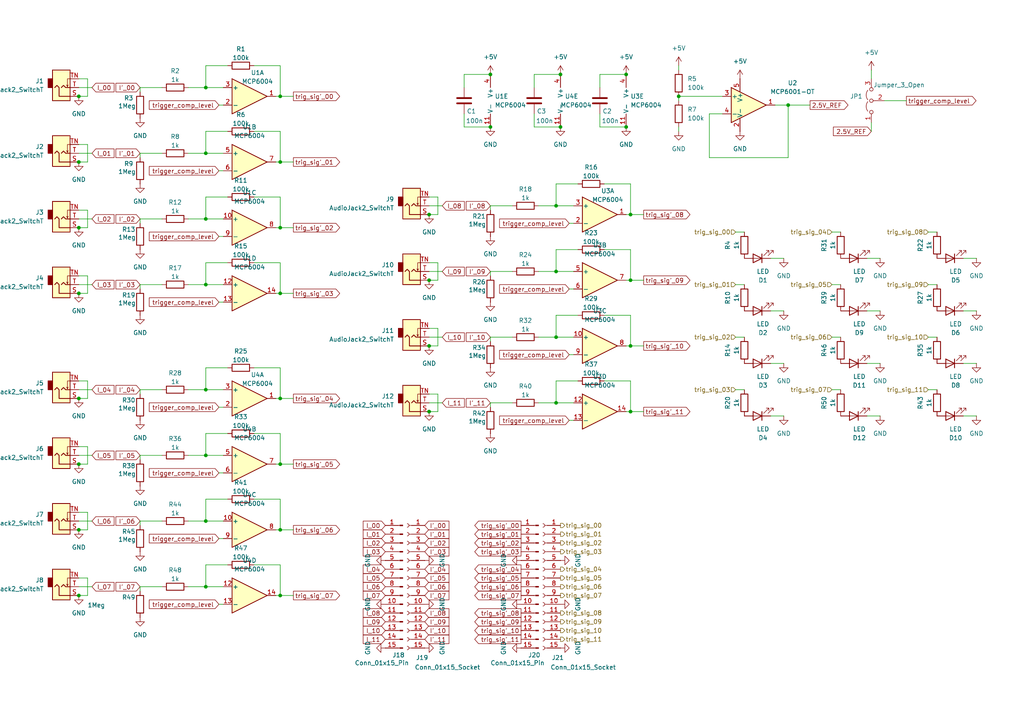
<source format=kicad_sch>
(kicad_sch (version 20250114) (generator "eeschema") (generator_version "9.0")
  (paper "A4")
  (junction (at 81.28 115.57))
  (junction (at 182.88 81.28))
  (junction (at 81.28 134.62))
  (junction (at 81.28 153.67))
  (junction (at 59.69 113.03))
  (junction (at 81.28 46.99))
  (junction (at 161.29 59.69))
  (junction (at 22.86 85.09))
  (junction (at 59.69 63.5))
  (junction (at 81.28 85.09))
  (junction (at 124.46 100.33))
  (junction (at 59.69 82.55))
  (junction (at 162.56 36.83))
  (junction (at 59.69 170.18))
  (junction (at 228.6 30.48))
  (junction (at 81.28 66.04))
  (junction (at 59.69 151.13))
  (junction (at 22.86 172.72))
  (junction (at 22.86 153.67))
  (junction (at 124.46 119.38))
  (junction (at 181.61 36.83))
  (junction (at 182.88 100.33))
  (junction (at 182.88 119.38))
  (junction (at 124.46 81.28))
  (junction (at 161.29 116.84))
  (junction (at 142.24 21.59))
  (junction (at 22.86 27.94))
  (junction (at 196.85 27.94))
  (junction (at 142.24 36.83))
  (junction (at 182.88 62.23))
  (junction (at 59.69 25.4))
  (junction (at 22.86 46.99))
  (junction (at 22.86 134.62))
  (junction (at 161.29 78.74))
  (junction (at 162.56 21.59))
  (junction (at 161.29 97.79))
  (junction (at 22.86 115.57))
  (junction (at 124.46 62.23))
  (junction (at 81.28 27.94))
  (junction (at 59.69 44.45))
  (junction (at 181.61 21.59))
  (junction (at 22.86 66.04))
  (junction (at 59.69 132.08))
  (junction (at 81.28 172.72))
  (wire (pts (xy 63.5 156.21) (xy 64.77 156.21)))
  (wire (pts (xy 59.69 63.5) (xy 59.69 57.15)))
  (wire (pts (xy 64.77 151.13) (xy 59.69 151.13)))
  (wire (pts (xy 173.99 36.83) (xy 181.61 36.83)))
  (wire (pts (xy 64.77 113.03) (xy 59.69 113.03)))
  (wire (pts (xy 73.66 125.73) (xy 81.28 125.73)))
  (wire (pts (xy 134.62 36.83) (xy 142.24 36.83)))
  (wire (pts (xy 255.27 105.41) (xy 251.46 105.41)))
  (wire (pts (xy 283.21 74.93) (xy 279.4 74.93)))
  (wire (pts (xy 161.29 78.74) (xy 161.29 72.39)))
  (wire (pts (xy 81.28 57.15) (xy 81.28 66.04)))
  (wire (pts (xy 40.64 113.03) (xy 46.99 113.03)))
  (wire (pts (xy 80.01 115.57) (xy 81.28 115.57)))
  (wire (pts (xy 63.5 68.58) (xy 64.77 68.58)))
  (wire (pts (xy 25.4 85.09) (xy 22.86 85.09)))
  (wire (pts (xy 54.61 44.45) (xy 59.69 44.45)))
  (wire (pts (xy 40.64 44.45) (xy 40.64 45.72)))
  (wire (pts (xy 161.29 97.79) (xy 161.29 91.44)))
  (wire (pts (xy 134.62 21.59) (xy 134.62 25.4)))
  (wire (pts (xy 22.86 22.86) (xy 25.4 22.86)))
  (wire (pts (xy 173.99 33.02) (xy 173.99 36.83)))
  (wire (pts (xy 142.24 116.84) (xy 142.24 118.11)))
  (wire (pts (xy 80.01 27.94) (xy 81.28 27.94)))
  (wire (pts (xy 124.46 116.84) (xy 128.27 116.84)))
  (wire (pts (xy 59.69 82.55) (xy 59.69 76.2)))
  (wire (pts (xy 54.61 63.5) (xy 59.69 63.5)))
  (wire (pts (xy 80.01 85.09) (xy 81.28 85.09)))
  (wire (pts (xy 64.77 63.5) (xy 59.69 63.5)))
  (wire (pts (xy 25.4 22.86) (xy 25.4 27.94)))
  (wire (pts (xy 165.1 102.87) (xy 166.37 102.87)))
  (wire (pts (xy 142.24 59.69) (xy 142.24 60.96)))
  (wire (pts (xy 165.1 121.92) (xy 166.37 121.92)))
  (wire (pts (xy 73.66 163.83) (xy 81.28 163.83)))
  (wire (pts (xy 22.86 167.64) (xy 25.4 167.64)))
  (wire (pts (xy 166.37 78.74) (xy 161.29 78.74)))
  (wire (pts (xy 81.28 163.83) (xy 81.28 172.72)))
  (wire (pts (xy 40.64 82.55) (xy 46.99 82.55)))
  (wire (pts (xy 227.33 74.93) (xy 223.52 74.93)))
  (wire (pts (xy 81.28 153.67) (xy 85.09 153.67)))
  (wire (pts (xy 134.62 33.02) (xy 134.62 36.83)))
  (wire (pts (xy 154.94 33.02) (xy 154.94 36.83)))
  (wire (pts (xy 252.73 38.1) (xy 252.73 35.56)))
  (wire (pts (xy 156.21 59.69) (xy 161.29 59.69)))
  (wire (pts (xy 59.69 170.18) (xy 59.69 163.83)))
  (wire (pts (xy 127 100.33) (xy 124.46 100.33)))
  (wire (pts (xy 80.01 134.62) (xy 81.28 134.62)))
  (wire (pts (xy 161.29 59.69) (xy 161.29 53.34)))
  (wire (pts (xy 124.46 95.25) (xy 127 95.25)))
  (wire (pts (xy 241.3 67.31) (xy 243.84 67.31)))
  (wire (pts (xy 54.61 82.55) (xy 59.69 82.55)))
  (wire (pts (xy 22.86 132.08) (xy 26.67 132.08)))
  (wire (pts (xy 25.4 66.04) (xy 22.86 66.04)))
  (wire (pts (xy 228.6 30.48) (xy 234.95 30.48)))
  (wire (pts (xy 124.46 114.3) (xy 127 114.3)))
  (wire (pts (xy 182.88 119.38) (xy 186.69 119.38)))
  (wire (pts (xy 181.61 21.59) (xy 173.99 21.59)))
  (wire (pts (xy 22.86 44.45) (xy 26.67 44.45)))
  (wire (pts (xy 25.4 167.64) (xy 25.4 172.72)))
  (wire (pts (xy 63.5 49.53) (xy 64.77 49.53)))
  (wire (pts (xy 215.9 82.55) (xy 213.36 82.55)))
  (wire (pts (xy 166.37 97.79) (xy 161.29 97.79)))
  (wire (pts (xy 124.46 97.79) (xy 128.27 97.79)))
  (wire (pts (xy 182.88 81.28) (xy 186.69 81.28)))
  (wire (pts (xy 22.86 41.91) (xy 25.4 41.91)))
  (wire (pts (xy 255.27 120.65) (xy 251.46 120.65)))
  (wire (pts (xy 59.69 76.2) (xy 66.04 76.2)))
  (wire (pts (xy 271.78 82.55) (xy 269.24 82.55)))
  (wire (pts (xy 205.74 33.02) (xy 205.74 45.72)))
  (wire (pts (xy 142.24 78.74) (xy 148.59 78.74)))
  (wire (pts (xy 59.69 151.13) (xy 59.69 144.78)))
  (wire (pts (xy 269.24 113.03) (xy 271.78 113.03)))
  (wire (pts (xy 59.69 25.4) (xy 59.69 19.05)))
  (wire (pts (xy 25.4 115.57) (xy 22.86 115.57)))
  (wire (pts (xy 161.29 72.39) (xy 167.64 72.39)))
  (wire (pts (xy 165.1 83.82) (xy 166.37 83.82)))
  (wire (pts (xy 142.24 97.79) (xy 142.24 99.06)))
  (wire (pts (xy 196.85 29.21) (xy 196.85 27.94)))
  (wire (pts (xy 54.61 25.4) (xy 59.69 25.4)))
  (wire (pts (xy 54.61 132.08) (xy 59.69 132.08)))
  (wire (pts (xy 271.78 97.79) (xy 269.24 97.79)))
  (wire (pts (xy 59.69 163.83) (xy 66.04 163.83)))
  (wire (pts (xy 205.74 45.72) (xy 228.6 45.72)))
  (wire (pts (xy 227.33 90.17) (xy 223.52 90.17)))
  (wire (pts (xy 40.64 132.08) (xy 40.64 133.35)))
  (wire (pts (xy 161.29 116.84) (xy 161.29 110.49)))
  (wire (pts (xy 127 119.38) (xy 124.46 119.38)))
  (wire (pts (xy 213.36 67.31) (xy 215.9 67.31)))
  (wire (pts (xy 25.4 46.99) (xy 22.86 46.99)))
  (wire (pts (xy 22.86 170.18) (xy 26.67 170.18)))
  (wire (pts (xy 59.69 144.78) (xy 66.04 144.78)))
  (wire (pts (xy 25.4 110.49) (xy 25.4 115.57)))
  (wire (pts (xy 63.5 175.26) (xy 64.77 175.26)))
  (wire (pts (xy 124.46 76.2) (xy 127 76.2)))
  (wire (pts (xy 40.64 63.5) (xy 46.99 63.5)))
  (wire (pts (xy 228.6 45.72) (xy 228.6 30.48)))
  (wire (pts (xy 54.61 170.18) (xy 59.69 170.18)))
  (wire (pts (xy 154.94 36.83) (xy 162.56 36.83)))
  (wire (pts (xy 80.01 172.72) (xy 81.28 172.72)))
  (wire (pts (xy 80.01 153.67) (xy 81.28 153.67)))
  (wire (pts (xy 165.1 64.77) (xy 166.37 64.77)))
  (wire (pts (xy 182.88 110.49) (xy 182.88 119.38)))
  (wire (pts (xy 22.86 110.49) (xy 25.4 110.49)))
  (wire (pts (xy 196.85 27.94) (xy 209.55 27.94)))
  (wire (pts (xy 127 95.25) (xy 127 100.33)))
  (wire (pts (xy 81.28 66.04) (xy 85.09 66.04)))
  (wire (pts (xy 81.28 85.09) (xy 85.09 85.09)))
  (wire (pts (xy 81.28 134.62) (xy 85.09 134.62)))
  (wire (pts (xy 142.24 21.59) (xy 134.62 21.59)))
  (wire (pts (xy 81.28 172.72) (xy 85.09 172.72)))
  (wire (pts (xy 25.4 129.54) (xy 25.4 134.62)))
  (wire (pts (xy 73.66 144.78) (xy 81.28 144.78)))
  (wire (pts (xy 127 62.23) (xy 124.46 62.23)))
  (wire (pts (xy 54.61 151.13) (xy 59.69 151.13)))
  (wire (pts (xy 22.86 82.55) (xy 26.67 82.55)))
  (wire (pts (xy 161.29 53.34) (xy 167.64 53.34)))
  (wire (pts (xy 182.88 91.44) (xy 182.88 100.33)))
  (wire (pts (xy 283.21 90.17) (xy 279.4 90.17)))
  (wire (pts (xy 40.64 25.4) (xy 40.64 26.67)))
  (wire (pts (xy 25.4 27.94) (xy 22.86 27.94)))
  (wire (pts (xy 142.24 97.79) (xy 148.59 97.79)))
  (wire (pts (xy 196.85 19.05) (xy 196.85 20.32)))
  (wire (pts (xy 161.29 110.49) (xy 167.64 110.49)))
  (wire (pts (xy 81.28 106.68) (xy 81.28 115.57)))
  (wire (pts (xy 73.66 57.15) (xy 81.28 57.15)))
  (wire (pts (xy 63.5 30.48) (xy 64.77 30.48)))
  (wire (pts (xy 81.28 38.1) (xy 81.28 46.99)))
  (wire (pts (xy 181.61 81.28) (xy 182.88 81.28)))
  (wire (pts (xy 59.69 19.05) (xy 66.04 19.05)))
  (wire (pts (xy 81.28 27.94) (xy 85.09 27.94)))
  (wire (pts (xy 22.86 148.59) (xy 25.4 148.59)))
  (wire (pts (xy 175.26 110.49) (xy 182.88 110.49)))
  (wire (pts (xy 127 81.28) (xy 124.46 81.28)))
  (wire (pts (xy 40.64 132.08) (xy 46.99 132.08)))
  (wire (pts (xy 63.5 87.63) (xy 64.77 87.63)))
  (wire (pts (xy 255.27 74.93) (xy 251.46 74.93)))
  (wire (pts (xy 142.24 78.74) (xy 142.24 80.01)))
  (wire (pts (xy 73.66 19.05) (xy 81.28 19.05)))
  (wire (pts (xy 283.21 105.41) (xy 279.4 105.41)))
  (wire (pts (xy 63.5 137.16) (xy 64.77 137.16)))
  (wire (pts (xy 243.84 82.55) (xy 241.3 82.55)))
  (wire (pts (xy 40.64 170.18) (xy 40.64 171.45)))
  (wire (pts (xy 142.24 59.69) (xy 148.59 59.69)))
  (wire (pts (xy 40.64 63.5) (xy 40.64 64.77)))
  (wire (pts (xy 127 114.3) (xy 127 119.38)))
  (wire (pts (xy 81.28 115.57) (xy 85.09 115.57)))
  (wire (pts (xy 173.99 21.59) (xy 173.99 25.4)))
  (wire (pts (xy 25.4 148.59) (xy 25.4 153.67)))
  (wire (pts (xy 213.36 97.79) (xy 215.9 97.79)))
  (wire (pts (xy 40.64 170.18) (xy 46.99 170.18)))
  (wire (pts (xy 81.28 46.99) (xy 85.09 46.99)))
  (wire (pts (xy 40.64 151.13) (xy 40.64 152.4)))
  (wire (pts (xy 59.69 132.08) (xy 59.69 125.73)))
  (wire (pts (xy 64.77 25.4) (xy 59.69 25.4)))
  (wire (pts (xy 22.86 113.03) (xy 26.67 113.03)))
  (wire (pts (xy 156.21 97.79) (xy 161.29 97.79)))
  (wire (pts (xy 59.69 106.68) (xy 66.04 106.68)))
  (wire (pts (xy 227.33 105.41) (xy 223.52 105.41)))
  (wire (pts (xy 80.01 46.99) (xy 81.28 46.99)))
  (wire (pts (xy 64.77 132.08) (xy 59.69 132.08)))
  (wire (pts (xy 182.88 72.39) (xy 182.88 81.28)))
  (wire (pts (xy 64.77 44.45) (xy 59.69 44.45)))
  (wire (pts (xy 175.26 91.44) (xy 182.88 91.44)))
  (wire (pts (xy 182.88 62.23) (xy 186.69 62.23)))
  (wire (pts (xy 64.77 170.18) (xy 59.69 170.18)))
  (wire (pts (xy 25.4 80.01) (xy 25.4 85.09)))
  (wire (pts (xy 255.27 90.17) (xy 251.46 90.17)))
  (wire (pts (xy 124.46 78.74) (xy 128.27 78.74)))
  (wire (pts (xy 73.66 106.68) (xy 81.28 106.68)))
  (wire (pts (xy 81.28 125.73) (xy 81.28 134.62)))
  (wire (pts (xy 25.4 134.62) (xy 22.86 134.62)))
  (wire (pts (xy 22.86 60.96) (xy 25.4 60.96)))
  (wire (pts (xy 182.88 53.34) (xy 182.88 62.23)))
  (wire (pts (xy 215.9 113.03) (xy 213.36 113.03)))
  (wire (pts (xy 166.37 116.84) (xy 161.29 116.84)))
  (wire (pts (xy 40.64 113.03) (xy 40.64 114.3)))
  (wire (pts (xy 175.26 72.39) (xy 182.88 72.39)))
  (wire (pts (xy 54.61 113.03) (xy 59.69 113.03)))
  (wire (pts (xy 162.56 21.59) (xy 154.94 21.59)))
  (wire (pts (xy 59.69 113.03) (xy 59.69 106.68)))
  (wire (pts (xy 228.6 30.48) (xy 224.79 30.48)))
  (wire (pts (xy 161.29 91.44) (xy 167.64 91.44)))
  (wire (pts (xy 81.28 76.2) (xy 81.28 85.09)))
  (wire (pts (xy 142.24 116.84) (xy 148.59 116.84)))
  (wire (pts (xy 22.86 151.13) (xy 26.67 151.13)))
  (wire (pts (xy 22.86 80.01) (xy 25.4 80.01)))
  (wire (pts (xy 181.61 119.38) (xy 182.88 119.38)))
  (wire (pts (xy 25.4 153.67) (xy 22.86 153.67)))
  (wire (pts (xy 127 57.15) (xy 127 62.23)))
  (wire (pts (xy 59.69 38.1) (xy 66.04 38.1)))
  (wire (pts (xy 59.69 44.45) (xy 59.69 38.1)))
  (wire (pts (xy 209.55 33.02) (xy 205.74 33.02)))
  (wire (pts (xy 59.69 125.73) (xy 66.04 125.73)))
  (wire (pts (xy 40.64 44.45) (xy 46.99 44.45)))
  (wire (pts (xy 181.61 62.23) (xy 182.88 62.23)))
  (wire (pts (xy 243.84 113.03) (xy 241.3 113.03)))
  (wire (pts (xy 64.77 82.55) (xy 59.69 82.55)))
  (wire (pts (xy 22.86 25.4) (xy 26.67 25.4)))
  (wire (pts (xy 269.24 67.31) (xy 271.78 67.31)))
  (wire (pts (xy 73.66 76.2) (xy 81.28 76.2)))
  (wire (pts (xy 25.4 60.96) (xy 25.4 66.04)))
  (wire (pts (xy 25.4 172.72) (xy 22.86 172.72)))
  (wire (pts (xy 156.21 78.74) (xy 161.29 78.74)))
  (wire (pts (xy 262.89 29.21) (xy 256.54 29.21)))
  (wire (pts (xy 175.26 53.34) (xy 182.88 53.34)))
  (wire (pts (xy 227.33 120.65) (xy 223.52 120.65)))
  (wire (pts (xy 154.94 21.59) (xy 154.94 25.4)))
  (wire (pts (xy 81.28 19.05) (xy 81.28 27.94)))
  (wire (pts (xy 243.84 97.79) (xy 241.3 97.79)))
  (wire (pts (xy 40.64 25.4) (xy 46.99 25.4)))
  (wire (pts (xy 73.66 38.1) (xy 81.28 38.1)))
  (wire (pts (xy 156.21 116.84) (xy 161.29 116.84)))
  (wire (pts (xy 127 76.2) (xy 127 81.28)))
  (wire (pts (xy 22.86 129.54) (xy 25.4 129.54)))
  (wire (pts (xy 181.61 100.33) (xy 182.88 100.33)))
  (wire (pts (xy 40.64 151.13) (xy 46.99 151.13)))
  (wire (pts (xy 40.64 82.55) (xy 40.64 83.82)))
  (wire (pts (xy 182.88 100.33) (xy 186.69 100.33)))
  (wire (pts (xy 283.21 120.65) (xy 279.4 120.65)))
  (wire (pts (xy 124.46 57.15) (xy 127 57.15)))
  (wire (pts (xy 124.46 59.69) (xy 128.27 59.69)))
  (wire (pts (xy 81.28 144.78) (xy 81.28 153.67)))
  (wire (pts (xy 59.69 57.15) (xy 66.04 57.15)))
  (wire (pts (xy 196.85 38.1) (xy 196.85 36.83)))
  (wire (pts (xy 22.86 63.5) (xy 26.67 63.5)))
  (wire (pts (xy 80.01 66.04) (xy 81.28 66.04)))
  (wire (pts (xy 63.5 118.11) (xy 64.77 118.11)))
  (wire (pts (xy 25.4 41.91) (xy 25.4 46.99)))
  (wire (pts (xy 166.37 59.69) (xy 161.29 59.69)))
  (wire (pts (xy 252.73 20.32) (xy 252.73 22.86)))
  (global_label "trig_sig'_07" (shape output) (at 151.13 172.72 180) (property "Intersheetrefs" "${INTERSHEET_REFS}" (effects (hide yes))))
  (global_label "I_04" (shape input) (at 111.76 165.1 180) (property "Intersheetrefs" "${INTERSHEET_REFS}" (effects (hide yes))))
  (global_label "I_02" (shape input) (at 111.76 157.48 180) (property "Intersheetrefs" "${INTERSHEET_REFS}" (effects (hide yes))))
  (global_label "I'_06" (shape input) (at 123.19 170.18 0) (property "Intersheetrefs" "${INTERSHEET_REFS}" (effects (hide yes))))
  (global_label "trig_sig'_04" (shape output) (at 85.09 115.57 0) (property "Intersheetrefs" "${INTERSHEET_REFS}" (effects (hide yes))))
  (global_label "I'_02" (shape input) (at 123.19 157.48 0) (property "Intersheetrefs" "${INTERSHEET_REFS}" (effects (hide yes))))
  (global_label "trig_sig'_02" (shape output) (at 151.13 157.48 180) (property "Intersheetrefs" "${INTERSHEET_REFS}" (effects (hide yes))))
  (global_label "I_08" (shape input) (at 111.76 177.8 180) (property "Intersheetrefs" "${INTERSHEET_REFS}" (effects (hide yes))))
  (global_label "trigger_comp_level" (shape input) (at 165.1 102.87 180) (property "Intersheetrefs" "${INTERSHEET_REFS}" (effects (hide yes))))
  (global_label "trig_sig'_05" (shape output) (at 151.13 167.64 180) (property "Intersheetrefs" "${INTERSHEET_REFS}" (effects (hide yes))))
  (global_label "trig_sig'_08" (shape output) (at 151.13 177.8 180) (property "Intersheetrefs" "${INTERSHEET_REFS}" (effects (hide yes))))
  (global_label "I'_00" (shape input) (at 123.19 152.4 0) (property "Intersheetrefs" "${INTERSHEET_REFS}" (effects (hide yes))))
  (global_label "I'_09" (shape input) (at 142.24 78.74 180) (property "Intersheetrefs" "${INTERSHEET_REFS}" (effects (hide yes))))
  (global_label "I_09" (shape input) (at 111.76 180.34 180) (property "Intersheetrefs" "${INTERSHEET_REFS}" (effects (hide yes))))
  (global_label "trigger_comp_level" (shape input) (at 63.5 49.53 180) (property "Intersheetrefs" "${INTERSHEET_REFS}" (effects (hide yes))))
  (global_label "trigger_comp_level" (shape input) (at 63.5 118.11 180) (property "Intersheetrefs" "${INTERSHEET_REFS}" (effects (hide yes))))
  (global_label "I'_08" (shape input) (at 142.24 59.69 180) (property "Intersheetrefs" "${INTERSHEET_REFS}" (effects (hide yes))))
  (global_label "trig_sig'_00" (shape output) (at 151.13 152.4 180) (property "Intersheetrefs" "${INTERSHEET_REFS}" (effects (hide yes))))
  (global_label "I'_04" (shape input) (at 123.19 165.1 0) (property "Intersheetrefs" "${INTERSHEET_REFS}" (effects (hide yes))))
  (global_label "trig_sig'_07" (shape output) (at 85.09 172.72 0) (property "Intersheetrefs" "${INTERSHEET_REFS}" (effects (hide yes))))
  (global_label "I_06" (shape input) (at 111.76 170.18 180) (property "Intersheetrefs" "${INTERSHEET_REFS}" (effects (hide yes))))
  (global_label "I'_05" (shape input) (at 123.19 167.64 0) (property "Intersheetrefs" "${INTERSHEET_REFS}" (effects (hide yes))))
  (global_label "trigger_comp_level" (shape input) (at 63.5 68.58 180) (property "Intersheetrefs" "${INTERSHEET_REFS}" (effects (hide yes))))
  (global_label "I'_10" (shape input) (at 123.19 182.88 0) (property "Intersheetrefs" "${INTERSHEET_REFS}" (effects (hide yes))))
  (global_label "trigger_comp_level" (shape input) (at 165.1 64.77 180) (property "Intersheetrefs" "${INTERSHEET_REFS}" (effects (hide yes))))
  (global_label "I'_01" (shape input) (at 123.19 154.94 0) (property "Intersheetrefs" "${INTERSHEET_REFS}" (effects (hide yes))))
  (global_label "trigger_comp_level" (shape input) (at 165.1 121.92 180) (property "Intersheetrefs" "${INTERSHEET_REFS}" (effects (hide yes))))
  (global_label "I'_10" (shape input) (at 142.24 97.79 180) (property "Intersheetrefs" "${INTERSHEET_REFS}" (effects (hide yes))))
  (global_label "trig_sig'_01" (shape output) (at 151.13 154.94 180) (property "Intersheetrefs" "${INTERSHEET_REFS}" (effects (hide yes))))
  (global_label "I'_08" (shape input) (at 123.19 177.8 0) (property "Intersheetrefs" "${INTERSHEET_REFS}" (effects (hide yes))))
  (global_label "trig_sig'_11" (shape output) (at 151.13 185.42 180) (property "Intersheetrefs" "${INTERSHEET_REFS}" (effects (hide yes))))
  (global_label "I_01" (shape input) (at 111.76 154.94 180) (property "Intersheetrefs" "${INTERSHEET_REFS}" (effects (hide yes))))
  (global_label "I_11" (shape input) (at 128.27 116.84 0) (property "Intersheetrefs" "${INTERSHEET_REFS}" (effects (hide yes))))
  (global_label "I_10" (shape input) (at 111.76 182.88 180) (property "Intersheetrefs" "${INTERSHEET_REFS}" (effects (hide yes))))
  (global_label "trig_sig'_01" (shape output) (at 85.09 46.99 0) (property "Intersheetrefs" "${INTERSHEET_REFS}" (effects (hide yes))))
  (global_label "I_00" (shape input) (at 26.67 25.4 0) (property "Intersheetrefs" "${INTERSHEET_REFS}" (effects (hide yes))))
  (global_label "I'_01" (shape input) (at 40.64 44.45 180) (property "Intersheetrefs" "${INTERSHEET_REFS}" (effects (hide yes))))
  (global_label "trigger_comp_level" (shape input) (at 63.5 87.63 180) (property "Intersheetrefs" "${INTERSHEET_REFS}" (effects (hide yes))))
  (global_label "trigger_comp_level" (shape input) (at 63.5 175.26 180) (property "Intersheetrefs" "${INTERSHEET_REFS}" (effects (hide yes))))
  (global_label "I_02" (shape input) (at 26.67 63.5 0) (property "Intersheetrefs" "${INTERSHEET_REFS}" (effects (hide yes))))
  (global_label "I'_05" (shape input) (at 40.64 132.08 180) (property "Intersheetrefs" "${INTERSHEET_REFS}" (effects (hide yes))))
  (global_label "I'_02" (shape input) (at 40.64 63.5 180) (property "Intersheetrefs" "${INTERSHEET_REFS}" (effects (hide yes))))
  (global_label "trig_sig'_05" (shape output) (at 85.09 134.62 0) (property "Intersheetrefs" "${INTERSHEET_REFS}" (effects (hide yes))))
  (global_label "trig_sig'_09" (shape output) (at 151.13 180.34 180) (property "Intersheetrefs" "${INTERSHEET_REFS}" (effects (hide yes))))
  (global_label "trig_sig'_04" (shape output) (at 151.13 165.1 180) (property "Intersheetrefs" "${INTERSHEET_REFS}" (effects (hide yes))))
  (global_label "I'_06" (shape input) (at 40.64 151.13 180) (property "Intersheetrefs" "${INTERSHEET_REFS}" (effects (hide yes))))
  (global_label "I'_00" (shape input) (at 40.64 25.4 180) (property "Intersheetrefs" "${INTERSHEET_REFS}" (effects (hide yes))))
  (global_label "trigger_comp_level" (shape input) (at 63.5 156.21 180) (property "Intersheetrefs" "${INTERSHEET_REFS}" (effects (hide yes))))
  (global_label "I'_03" (shape input) (at 40.64 82.55 180) (property "Intersheetrefs" "${INTERSHEET_REFS}" (effects (hide yes))))
  (global_label "I_04" (shape input) (at 26.67 113.03 0) (property "Intersheetrefs" "${INTERSHEET_REFS}" (effects (hide yes))))
  (global_label "trig_sig'_06" (shape output) (at 151.13 170.18 180) (property "Intersheetrefs" "${INTERSHEET_REFS}" (effects (hide yes))))
  (global_label "I_09" (shape input) (at 128.27 78.74 0) (property "Intersheetrefs" "${INTERSHEET_REFS}" (effects (hide yes))))
  (global_label "I_05" (shape input) (at 111.76 167.64 180) (property "Intersheetrefs" "${INTERSHEET_REFS}" (effects (hide yes))))
  (global_label "I_03" (shape input) (at 26.67 82.55 0) (property "Intersheetrefs" "${INTERSHEET_REFS}" (effects (hide yes))))
  (global_label "trig_sig'_03" (shape output) (at 85.09 85.09 0) (property "Intersheetrefs" "${INTERSHEET_REFS}" (effects (hide yes))))
  (global_label "trig_sig'_06" (shape output) (at 85.09 153.67 0) (property "Intersheetrefs" "${INTERSHEET_REFS}" (effects (hide yes))))
  (global_label "trig_sig'_00" (shape output) (at 85.09 27.94 0) (property "Intersheetrefs" "${INTERSHEET_REFS}" (effects (hide yes))))
  (global_label "trig_sig'_09" (shape output) (at 186.69 81.28 0) (property "Intersheetrefs" "${INTERSHEET_REFS}" (effects (hide yes))))
  (global_label "trig_sig'_11" (shape output) (at 186.69 119.38 0) (property "Intersheetrefs" "${INTERSHEET_REFS}" (effects (hide yes))))
  (global_label "I_10" (shape input) (at 128.27 97.79 0) (property "Intersheetrefs" "${INTERSHEET_REFS}" (effects (hide yes))))
  (global_label "I_01" (shape input) (at 26.67 44.45 0) (property "Intersheetrefs" "${INTERSHEET_REFS}" (effects (hide yes))))
  (global_label "trig_sig'_08" (shape output) (at 186.69 62.23 0) (property "Intersheetrefs" "${INTERSHEET_REFS}" (effects (hide yes))))
  (global_label "I_07" (shape input) (at 111.76 172.72 180) (property "Intersheetrefs" "${INTERSHEET_REFS}" (effects (hide yes))))
  (global_label "I'_07" (shape input) (at 40.64 170.18 180) (property "Intersheetrefs" "${INTERSHEET_REFS}" (effects (hide yes))))
  (global_label "2.5V_REF" (shape input) (at 252.73 38.1 180) (property "Intersheetrefs" "${INTERSHEET_REFS}" (effects (hide yes))))
  (global_label "I'_11" (shape input) (at 142.24 116.84 180) (property "Intersheetrefs" "${INTERSHEET_REFS}" (effects (hide yes))))
  (global_label "trigger_comp_level" (shape input) (at 63.5 30.48 180) (property "Intersheetrefs" "${INTERSHEET_REFS}" (effects (hide yes))))
  (global_label "I_06" (shape input) (at 26.67 151.13 0) (property "Intersheetrefs" "${INTERSHEET_REFS}" (effects (hide yes))))
  (global_label "2.5V_REF" (shape output) (at 234.95 30.48 0) (property "Intersheetrefs" "${INTERSHEET_REFS}" (effects (hide yes))))
  (global_label "trigger_comp_level" (shape input) (at 63.5 137.16 180) (property "Intersheetrefs" "${INTERSHEET_REFS}" (effects (hide yes))))
  (global_label "I_11" (shape input) (at 111.76 185.42 180) (property "Intersheetrefs" "${INTERSHEET_REFS}" (effects (hide yes))))
  (global_label "trig_sig'_03" (shape output) (at 151.13 160.02 180) (property "Intersheetrefs" "${INTERSHEET_REFS}" (effects (hide yes))))
  (global_label "I'_07" (shape input) (at 123.19 172.72 0) (property "Intersheetrefs" "${INTERSHEET_REFS}" (effects (hide yes))))
  (global_label "I'_03" (shape input) (at 123.19 160.02 0) (property "Intersheetrefs" "${INTERSHEET_REFS}" (effects (hide yes))))
  (global_label "I'_11" (shape input) (at 123.19 185.42 0) (property "Intersheetrefs" "${INTERSHEET_REFS}" (effects (hide yes))))
  (global_label "I_00" (shape input) (at 111.76 152.4 180) (property "Intersheetrefs" "${INTERSHEET_REFS}" (effects (hide yes))))
  (global_label "I'_04" (shape input) (at 40.64 113.03 180) (property "Intersheetrefs" "${INTERSHEET_REFS}" (effects (hide yes))))
  (global_label "trigger_comp_level" (shape output) (at 262.89 29.21 0) (property "Intersheetrefs" "${INTERSHEET_REFS}" (effects (hide yes))))
  (global_label "I_05" (shape input) (at 26.67 132.08 0) (property "Intersheetrefs" "${INTERSHEET_REFS}" (effects (hide yes))))
  (global_label "I_08" (shape input) (at 128.27 59.69 0) (property "Intersheetrefs" "${INTERSHEET_REFS}" (effects (hide yes))))
  (global_label "I'_09" (shape input) (at 123.19 180.34 0) (property "Intersheetrefs" "${INTERSHEET_REFS}" (effects (hide yes))))
  (global_label "trig_sig'_10" (shape output) (at 151.13 182.88 180) (property "Intersheetrefs" "${INTERSHEET_REFS}" (effects (hide yes))))
  (global_label "trig_sig'_02" (shape output) (at 85.09 66.04 0) (property "Intersheetrefs" "${INTERSHEET_REFS}" (effects (hide yes))))
  (global_label "I_03" (shape input) (at 111.76 160.02 180) (property "Intersheetrefs" "${INTERSHEET_REFS}" (effects (hide yes))))
  (global_label "trigger_comp_level" (shape input) (at 165.1 83.82 180) (property "Intersheetrefs" "${INTERSHEET_REFS}" (effects (hide yes))))
  (global_label "trig_sig'_10" (shape output) (at 186.69 100.33 0) (property "Intersheetrefs" "${INTERSHEET_REFS}" (effects (hide yes))))
  (global_label "I_07" (shape input) (at 26.67 170.18 0) (property "Intersheetrefs" "${INTERSHEET_REFS}" (effects (hide yes))))
  (hierarchical_label "trig_sig_05" (shape output) (at 162.56 167.64 0))
  (hierarchical_label "trig_sig_09" (shape output) (at 162.56 180.34 0))
  (hierarchical_label "trig_sig_05" (shape input) (at 241.3 82.55 180))
  (hierarchical_label "trig_sig_11" (shape output) (at 162.56 185.42 0))
  (hierarchical_label "trig_sig_01" (shape input) (at 213.36 82.55 180))
  (hierarchical_label "trig_sig_04" (shape output) (at 162.56 165.1 0))
  (hierarchical_label "trig_sig_07" (shape output) (at 162.56 172.72 0))
  (hierarchical_label "trig_sig_08" (shape input) (at 269.24 67.31 180))
  (hierarchical_label "trig_sig_00" (shape input) (at 213.36 67.31 180))
  (hierarchical_label "trig_sig_02" (shape input) (at 213.36 97.79 180))
  (hierarchical_label "trig_sig_06" (shape output) (at 162.56 170.18 0))
  (hierarchical_label "trig_sig_00" (shape output) (at 162.56 152.4 0))
  (hierarchical_label "trig_sig_01" (shape output) (at 162.56 154.94 0))
  (hierarchical_label "trig_sig_11" (shape input) (at 269.24 113.03 180))
  (hierarchical_label "trig_sig_03" (shape input) (at 213.36 113.03 180))
  (hierarchical_label "trig_sig_04" (shape input) (at 241.3 67.31 180))
  (hierarchical_label "trig_sig_02" (shape output) (at 162.56 157.48 0))
  (hierarchical_label "trig_sig_10" (shape output) (at 162.56 182.88 0))
  (hierarchical_label "trig_sig_10" (shape input) (at 269.24 97.79 180))
  (hierarchical_label "trig_sig_07" (shape input) (at 241.3 113.03 180))
  (hierarchical_label "trig_sig_09" (shape input) (at 269.24 82.55 180))
  (hierarchical_label "trig_sig_03" (shape output) (at 162.56 160.02 0))
  (hierarchical_label "trig_sig_06" (shape input) (at 241.3 97.79 180))
  (hierarchical_label "trig_sig_08" (shape output) (at 162.56 177.8 0))
  (symbol (lib_id "Device:R") (at 196.85 33.02 180) (unit 1)
    (property "Reference" "R7" (at 199.39 31.7499 0) (effects (justify right)))
    (property "Value" "100k" (at 199.39 34.2899 0) (effects (justify right)))
    (property "Footprint" "Resistor_SMD:R_0603_1608Metric" (effects (hide yes)))
    (property "Description" "Resistor" (effects (hide yes)))
  )
  (symbol (lib_id "power:GND") (at 22.86 115.57 0) (unit 1)
    (property "Reference" "#PWR034" (effects (hide yes)))
    (property "Value" "GND" (at 22.86 120.65 0))
    (property "Description" "Power symbol creates a global label with name \"GND\" , ground" (effects (hide yes)))
  )
  (symbol (lib_id "power:GND") (at 151.13 175.26 270) (unit 1)
    (property "Reference" "#PWR097" (effects (hide yes)))
    (property "Value" "GND" (at 146.05 175.26 0))
    (property "Description" "Power symbol creates a global label with name \"GND\" , ground" (effects (hide yes)))
  )
  (symbol (lib_id "power:GND") (at 283.21 74.93 0) (unit 1)
    (property "Reference" "#PWR029" (effects (hide yes)))
    (property "Value" "GND" (at 283.21 80.01 0))
    (property "Description" "Power symbol creates a global label with name \"GND\" , ground" (effects (hide yes)))
  )
  (symbol (lib_id "power:GND") (at 22.86 85.09 0) (unit 1)
    (property "Reference" "#PWR023" (effects (hide yes)))
    (property "Value" "GND" (at 22.86 90.17 0))
    (property "Description" "Power symbol creates a global label with name \"GND\" , ground" (effects (hide yes)))
  )
  (symbol (lib_id "Device:R") (at 40.64 156.21 0) (unit 1)
    (property "Reference" "R45" (at 37.338 154.178 0))
    (property "Value" "1Meg" (at 36.83 156.464 0))
    (property "Footprint" "Resistor_SMD:R_0603_1608Metric" (effects (hide yes)))
    (property "Description" "Resistor" (effects (hide yes)))
  )
  (symbol (lib_id "Device:R") (at 142.24 83.82 0) (unit 1)
    (property "Reference" "R26" (at 138.938 81.788 0))
    (property "Value" "1Meg" (at 138.43 84.074 0))
    (property "Footprint" "Resistor_SMD:R_0603_1608Metric" (effects (hide yes)))
    (property "Description" "Resistor" (effects (hide yes)))
  )
  (symbol (lib_id "Connector_Audio:AudioJack2_SwitchT") (at 17.78 132.08 0) (mirror x) (unit 1)
    (property "Reference" "J6" (at 12.7 130.1749 0) (effects (justify right)))
    (property "Value" "AudioJack2_SwitchT" (at 12.7 132.7149 0) (effects (justify right)))
    (property "Footprint" "PJ301M-12:PJ301M-12" (effects (hide yes)))
    (property "Description" "Audio Jack, 2 Poles (Mono / TS), Switched T Pole (Normalling)" (effects (hide yes)))
  )
  (symbol (lib_id "power:GND") (at 283.21 120.65 0) (unit 1)
    (property "Reference" "#PWR046" (effects (hide yes)))
    (property "Value" "GND" (at 283.21 125.73 0))
    (property "Description" "Power symbol creates a global label with name \"GND\" , ground" (effects (hide yes)))
  )
  (symbol (lib_id "Device:LED") (at 247.65 105.41 180) (unit 1)
    (property "Reference" "D11" (at 249.2375 111.76 0))
    (property "Value" "LED" (at 249.2375 109.22 0))
    (property "Footprint" "LED_THT:LED_D3.0mm" (effects (hide yes)))
    (property "Description" "Light emitting diode" (effects (hide yes)))
    (property "Sim.Pins" "1=K 2=A" (effects (hide yes)))
  )
  (symbol (lib_id "Device:R") (at 271.78 116.84 0) (unit 1)
    (property "Reference" "R43" (at 266.954 116.84 90))
    (property "Value" "1k" (at 269.494 116.84 90))
    (property "Footprint" "Resistor_SMD:R_0603_1608Metric" (effects (hide yes)))
    (property "Description" "Resistor" (effects (hide yes)))
  )
  (symbol (lib_id "power:GND") (at 151.13 187.96 270) (unit 1)
    (property "Reference" "#PWR098" (effects (hide yes)))
    (property "Value" "GND" (at 146.05 187.96 0))
    (property "Description" "Power symbol creates a global label with name \"GND\" , ground" (effects (hide yes)))
  )
  (symbol (lib_id "power:GND") (at 124.46 62.23 0) (unit 1)
    (property "Reference" "#PWR024" (effects (hide yes)))
    (property "Value" "GND" (at 124.46 67.31 0))
    (property "Description" "Power symbol creates a global label with name \"GND\" , ground" (effects (hide yes)))
  )
  (symbol (lib_id "Device:R") (at 152.4 59.69 270) (unit 1)
    (property "Reference" "R18" (at 152.4 54.864 90))
    (property "Value" "1k" (at 152.4 57.404 90))
    (property "Footprint" "Resistor_SMD:R_0603_1608Metric" (effects (hide yes)))
    (property "Description" "Resistor" (effects (hide yes)))
  )
  (symbol (lib_id "power:GND") (at 283.21 105.41 0) (unit 1)
    (property "Reference" "#PWR040" (effects (hide yes)))
    (property "Value" "GND" (at 283.21 110.49 0))
    (property "Description" "Power symbol creates a global label with name \"GND\" , ground" (effects (hide yes)))
  )
  (symbol (lib_id "power:GND") (at 124.46 81.28 0) (unit 1)
    (property "Reference" "#PWR030" (effects (hide yes)))
    (property "Value" "GND" (at 124.46 86.36 0))
    (property "Description" "Power symbol creates a global label with name \"GND\" , ground" (effects (hide yes)))
  )
  (symbol (lib_id "Device:LED") (at 275.59 74.93 180) (unit 1)
    (property "Reference" "D5" (at 277.1775 81.28 0))
    (property "Value" "LED" (at 277.1775 78.74 0))
    (property "Footprint" "LED_THT:LED_D3.0mm" (effects (hide yes)))
    (property "Description" "Light emitting diode" (effects (hide yes)))
    (property "Sim.Pins" "1=K 2=A" (effects (hide yes)))
  )
  (symbol (lib_id "Device:R") (at 171.45 91.44 270) (unit 1)
    (property "Reference" "R29" (at 171.45 86.614 90))
    (property "Value" "100k" (at 171.45 89.154 90))
    (property "Footprint" "Resistor_SMD:R_0603_1608Metric" (effects (hide yes)))
    (property "Description" "Resistor" (effects (hide yes)))
  )
  (symbol (lib_id "Amplifier_Operational:MCP6001-OT") (at 217.17 30.48 0) (unit 1)
    (property "Reference" "U2" (at 229.87 24.0598 0))
    (property "Value" "MCP6001-OT" (at 229.87 26.5998 0))
    (property "Footprint" "Package_TO_SOT_SMD:SOT-23-5" (effects (hide yes)))
    (property "Datasheet" "https://ww1.microchip.com/downloads/en/DeviceDoc/MCP6001-1R-1U-2-4-1-MHz-Low-Power-Op-Amp-DS20001733L.pdf" (effects (hide yes)))
    (property "Description" "1MHz, Low-Power Op Amp, SOT-23-5" (effects (hide yes)))
  )
  (symbol (lib_id "Device:R") (at 243.84 86.36 0) (unit 1)
    (property "Reference" "R39" (at 239.014 86.36 90))
    (property "Value" "1k" (at 241.554 86.36 90))
    (property "Footprint" "Resistor_SMD:R_0603_1608Metric" (effects (hide yes)))
    (property "Description" "Resistor" (effects (hide yes)))
  )
  (symbol (lib_id "power:GND") (at 111.76 162.56 270) (unit 1)
    (property "Reference" "#PWR090" (effects (hide yes)))
    (property "Value" "GND" (at 106.68 162.56 0))
    (property "Description" "Power symbol creates a global label with name \"GND\" , ground" (effects (hide yes)))
  )
  (symbol (lib_id "Device:R") (at 40.64 30.48 0) (unit 1)
    (property "Reference" "R3" (at 37.338 28.448 0))
    (property "Value" "1Meg" (at 36.83 30.734 0))
    (property "Footprint" "Resistor_SMD:R_0603_1608Metric" (effects (hide yes)))
    (property "Description" "Resistor" (effects (hide yes)))
  )
  (symbol (lib_id "Device:R") (at 142.24 102.87 0) (unit 1)
    (property "Reference" "R34" (at 138.938 100.838 0))
    (property "Value" "1Meg" (at 138.43 103.124 0))
    (property "Footprint" "Resistor_SMD:R_0603_1608Metric" (effects (hide yes)))
    (property "Description" "Resistor" (effects (hide yes)))
  )
  (symbol (lib_id "Device:R") (at 271.78 86.36 0) (unit 1)
    (property "Reference" "R27" (at 266.954 86.36 90))
    (property "Value" "1k" (at 269.494 86.36 90))
    (property "Footprint" "Resistor_SMD:R_0603_1608Metric" (effects (hide yes)))
    (property "Description" "Resistor" (effects (hide yes)))
  )
  (symbol (lib_id "power:GND") (at 22.86 172.72 0) (unit 1)
    (property "Reference" "#PWR050" (effects (hide yes)))
    (property "Value" "GND" (at 22.86 177.8 0))
    (property "Description" "Power symbol creates a global label with name \"GND\" , ground" (effects (hide yes)))
  )
  (symbol (lib_id "Device:R") (at 50.8 132.08 270) (unit 1)
    (property "Reference" "R36" (at 50.8 127.254 90))
    (property "Value" "1k" (at 50.8 129.794 90))
    (property "Footprint" "Resistor_SMD:R_0603_1608Metric" (effects (hide yes)))
    (property "Description" "Resistor" (effects (hide yes)))
  )
  (symbol (lib_id "Device:R") (at 40.64 175.26 0) (unit 1)
    (property "Reference" "R49" (at 37.338 173.228 0))
    (property "Value" "1Meg" (at 27.94 175.514 0))
    (property "Footprint" "Resistor_SMD:R_0603_1608Metric" (effects (hide yes)))
    (property "Description" "Resistor" (effects (hide yes)))
  )
  (symbol (lib_id "Device:R") (at 50.8 113.03 270) (unit 1)
    (property "Reference" "R28" (at 50.8 108.204 90))
    (property "Value" "1k" (at 50.8 110.744 90))
    (property "Footprint" "Resistor_SMD:R_0603_1608Metric" (effects (hide yes)))
    (property "Description" "Resistor" (effects (hide yes)))
  )
  (symbol (lib_id "power:GND") (at 22.86 27.94 0) (unit 1)
    (property "Reference" "#PWR08" (effects (hide yes)))
    (property "Value" "GND" (at 22.86 33.02 0))
    (property "Description" "Power symbol creates a global label with name \"GND\" , ground" (effects (hide yes)))
  )
  (symbol (lib_id "Connector_Audio:AudioJack2_SwitchT") (at 17.78 25.4 0) (mirror x) (unit 1)
    (property "Reference" "J1" (at 12.7 23.4949 0) (effects (justify right)))
    (property "Value" "AudioJack2_SwitchT" (at 12.7 26.0349 0) (effects (justify right)))
    (property "Footprint" "PJ301M-12:PJ301M-12" (effects (hide yes)))
    (property "Description" "Audio Jack, 2 Poles (Mono / TS), Switched T Pole (Normalling)" (effects (hide yes)))
  )
  (symbol (lib_id "power:GND") (at 255.27 90.17 0) (unit 1)
    (property "Reference" "#PWR043" (effects (hide yes)))
    (property "Value" "GND" (at 255.27 95.25 0))
    (property "Description" "Power symbol creates a global label with name \"GND\" , ground" (effects (hide yes)))
  )
  (symbol (lib_id "Amplifier_Operational:MCP6004") (at 72.39 66.04 0) (unit 3)
    (property "Reference" "U1" (at 72.39 55.88 0))
    (property "Value" "MCP6004" (at 72.39 58.42 0))
    (property "Footprint" "Package_SO:SOIC-14_3.9x8.7mm_P1.27mm" (effects (hide yes)))
    (property "Datasheet" "http://ww1.microchip.com/downloads/en/DeviceDoc/21733j.pdf" (effects (hide yes)))
    (property "Description" "1MHz, Low-Power Op Amp, DIP-14/SOIC-14/TSSOP-14" (effects (hide yes)))
  )
  (symbol (lib_id "Device:R") (at 50.8 25.4 270) (unit 1)
    (property "Reference" "R2" (at 50.8 20.574 90))
    (property "Value" "1k" (at 50.8 23.114 90))
    (property "Footprint" "Resistor_SMD:R_0603_1608Metric" (effects (hide yes)))
    (property "Description" "Resistor" (effects (hide yes)))
  )
  (symbol (lib_id "Device:LED") (at 219.71 74.93 180) (unit 1)
    (property "Reference" "D1" (at 221.2975 81.28 0))
    (property "Value" "LED" (at 221.2975 78.74 0))
    (property "Footprint" "LED_THT:LED_D3.0mm" (effects (hide yes)))
    (property "Description" "Light emitting diode" (effects (hide yes)))
    (property "Sim.Pins" "1=K 2=A" (effects (hide yes)))
  )
  (symbol (lib_id "Device:LED") (at 247.65 120.65 180) (unit 1)
    (property "Reference" "D12" (at 249.2375 127 0))
    (property "Value" "LED" (at 249.2375 124.46 0))
    (property "Footprint" "LED_THT:LED_D3.0mm" (effects (hide yes)))
    (property "Description" "Light emitting diode" (effects (hide yes)))
    (property "Sim.Pins" "1=K 2=A" (effects (hide yes)))
  )
  (symbol (lib_id "Device:R") (at 243.84 71.12 0) (unit 1)
    (property "Reference" "R31" (at 239.014 71.12 90))
    (property "Value" "1k" (at 241.554 71.12 90))
    (property "Footprint" "Resistor_SMD:R_0603_1608Metric" (effects (hide yes)))
    (property "Description" "Resistor" (effects (hide yes)))
  )
  (symbol (lib_id "power:GND") (at 22.86 66.04 0) (unit 1)
    (property "Reference" "#PWR019" (effects (hide yes)))
    (property "Value" "GND" (at 22.86 71.12 0))
    (property "Description" "Power symbol creates a global label with name \"GND\" , ground" (effects (hide yes)))
  )
  (symbol (lib_id "power:GND") (at 162.56 175.26 90) (unit 1)
    (property "Reference" "#PWR0100" (effects (hide yes)))
    (property "Value" "GND" (at 167.64 175.26 0))
    (property "Description" "Power symbol creates a global label with name \"GND\" , ground" (effects (hide yes)))
  )
  (symbol (lib_id "Device:R") (at 40.64 137.16 0) (unit 1)
    (property "Reference" "R38" (at 37.338 135.128 0))
    (property "Value" "1Meg" (at 36.83 137.414 0))
    (property "Footprint" "Resistor_SMD:R_0603_1608Metric" (effects (hide yes)))
    (property "Description" "Resistor" (effects (hide yes)))
  )
  (symbol (lib_id "Jumper:Jumper_3_Open") (at 252.73 29.21 90) (unit 1) (in_bom no)
    (property "Reference" "JP1" (at 250.19 27.9399 90) (effects (justify left)))
    (property "Value" "Jumper_3_Open" (at 268.224 24.638 90) (effects (justify left)))
    (property "Footprint" "Connector_PinHeader_2.54mm:PinHeader_1x03_P2.54mm_Vertical" (effects (hide yes)))
    (property "Description" "Jumper, 3-pole, both open" (effects (hide yes)))
  )
  (symbol (lib_id "power:GND") (at 22.86 153.67 0) (unit 1)
    (property "Reference" "#PWR047" (effects (hide yes)))
    (property "Value" "GND" (at 22.86 158.75 0))
    (property "Description" "Power symbol creates a global label with name \"GND\" , ground" (effects (hide yes)))
  )
  (symbol (lib_id "Device:R") (at 271.78 101.6 0) (unit 1)
    (property "Reference" "R35" (at 266.954 101.6 90))
    (property "Value" "1k" (at 269.494 101.6 90))
    (property "Footprint" "Resistor_SMD:R_0603_1608Metric" (effects (hide yes)))
    (property "Description" "Resistor" (effects (hide yes)))
  )
  (symbol (lib_id "Connector_Audio:AudioJack2_SwitchT") (at 119.38 97.79 0) (mirror x) (unit 1)
    (property "Reference" "J11" (at 114.3 95.8849 0) (effects (justify right)))
    (property "Value" "AudioJack2_SwitchT" (at 114.3 98.4249 0) (effects (justify right)))
    (property "Footprint" "PJ301M-12:PJ301M-12" (effects (hide yes)))
    (property "Description" "Audio Jack, 2 Poles (Mono / TS), Switched T Pole (Normalling)" (effects (hide yes)))
  )
  (symbol (lib_id "Connector_Audio:AudioJack2_SwitchT") (at 17.78 82.55 0) (mirror x) (unit 1)
    (property "Reference" "J4" (at 12.7 80.6449 0) (effects (justify right)))
    (property "Value" "AudioJack2_SwitchT" (at 12.7 83.1849 0) (effects (justify right)))
    (property "Footprint" "PJ301M-12:PJ301M-12" (effects (hide yes)))
    (property "Description" "Audio Jack, 2 Poles (Mono / TS), Switched T Pole (Normalling)" (effects (hide yes)))
  )
  (symbol (lib_id "Connector_Audio:AudioJack2_SwitchT") (at 17.78 44.45 0) (mirror x) (unit 1)
    (property "Reference" "J2" (at 12.7 42.5449 0) (effects (justify right)))
    (property "Value" "AudioJack2_SwitchT" (at 12.7 45.0849 0) (effects (justify right)))
    (property "Footprint" "PJ301M-12:PJ301M-12" (effects (hide yes)))
    (property "Description" "Audio Jack, 2 Poles (Mono / TS), Switched T Pole (Normalling)" (effects (hide yes)))
  )
  (symbol (lib_id "Device:R") (at 69.85 57.15 270) (unit 1)
    (property "Reference" "R11" (at 69.85 52.324 90))
    (property "Value" "100k" (at 69.85 54.864 90))
    (property "Footprint" "Resistor_SMD:R_0603_1608Metric" (effects (hide yes)))
    (property "Description" "Resistor" (effects (hide yes)))
  )
  (symbol (lib_id "Amplifier_Operational:MCP6004") (at 72.39 27.94 0) (unit 1)
    (property "Reference" "U1" (at 74.676 21.082 0))
    (property "Value" "MCP6004" (at 74.676 23.622 0))
    (property "Footprint" "Package_SO:SOIC-14_3.9x8.7mm_P1.27mm" (effects (hide yes)))
    (property "Datasheet" "http://ww1.microchip.com/downloads/en/DeviceDoc/21733j.pdf" (effects (hide yes)))
    (property "Description" "1MHz, Low-Power Op Amp, DIP-14/SOIC-14/TSSOP-14" (effects (hide yes)))
  )
  (symbol (lib_id "Device:R") (at 50.8 82.55 270) (unit 1)
    (property "Reference" "R17" (at 50.8 77.724 90))
    (property "Value" "1k" (at 50.8 80.264 90))
    (property "Footprint" "Resistor_SMD:R_0603_1608Metric" (effects (hide yes)))
    (property "Description" "Resistor" (effects (hide yes)))
  )
  (symbol (lib_id "Device:R") (at 69.85 76.2 270) (unit 1)
    (property "Reference" "R15" (at 69.85 71.374 90))
    (property "Value" "100k" (at 69.85 73.914 90))
    (property "Footprint" "Resistor_SMD:R_0603_1608Metric" (effects (hide yes)))
    (property "Description" "Resistor" (effects (hide yes)))
  )
  (symbol (lib_id "power:GND") (at 40.64 121.92 0) (unit 1)
    (property "Reference" "#PWR035" (effects (hide yes)))
    (property "Value" "GND" (at 40.64 127 0))
    (property "Description" "Power symbol creates a global label with name \"GND\" , ground" (effects (hide yes)))
  )
  (symbol (lib_id "Device:R") (at 271.78 71.12 0) (unit 1)
    (property "Reference" "R22" (at 266.954 71.12 90))
    (property "Value" "1k" (at 269.494 71.12 90))
    (property "Footprint" "Resistor_SMD:R_0603_1608Metric" (effects (hide yes)))
    (property "Description" "Resistor" (effects (hide yes)))
  )
  (symbol (lib_id "Device:R") (at 171.45 53.34 270) (unit 1)
    (property "Reference" "R16" (at 171.45 48.514 90))
    (property "Value" "100k" (at 171.45 51.054 90))
    (property "Footprint" "Resistor_SMD:R_0603_1608Metric" (effects (hide yes)))
    (property "Description" "Resistor" (effects (hide yes)))
  )
  (symbol (lib_id "Device:R") (at 40.64 49.53 0) (unit 1)
    (property "Reference" "R9" (at 37.338 47.498 0))
    (property "Value" "1Meg" (at 36.83 49.784 0))
    (property "Footprint" "Resistor_SMD:R_0603_1608Metric" (effects (hide yes)))
    (property "Description" "Resistor" (effects (hide yes)))
  )
  (symbol (lib_id "power:GND") (at 162.56 187.96 90) (unit 1)
    (property "Reference" "#PWR0101" (effects (hide yes)))
    (property "Value" "GND" (at 167.64 187.96 0))
    (property "Description" "Power symbol creates a global label with name \"GND\" , ground" (effects (hide yes)))
  )
  (symbol (lib_id "power:GND") (at 123.19 162.56 90) (unit 1)
    (property "Reference" "#PWR091" (effects (hide yes)))
    (property "Value" "GND" (at 128.27 162.56 0))
    (property "Description" "Power symbol creates a global label with name \"GND\" , ground" (effects (hide yes)))
  )
  (symbol (lib_id "power:GND") (at 142.24 125.73 0) (unit 1)
    (property "Reference" "#PWR045" (effects (hide yes)))
    (property "Value" "GND" (at 142.24 130.81 0))
    (property "Description" "Power symbol creates a global label with name \"GND\" , ground" (effects (hide yes)))
  )
  (symbol (lib_id "power:GND") (at 142.24 68.58 0) (unit 1)
    (property "Reference" "#PWR027" (effects (hide yes)))
    (property "Value" "GND" (at 142.24 73.66 0))
    (property "Description" "Power symbol creates a global label with name \"GND\" , ground" (effects (hide yes)))
  )
  (symbol (lib_id "Device:R") (at 152.4 78.74 270) (unit 1)
    (property "Reference" "R24" (at 152.4 73.914 90))
    (property "Value" "1k" (at 152.4 76.454 90))
    (property "Footprint" "Resistor_SMD:R_0603_1608Metric" (effects (hide yes)))
    (property "Description" "Resistor" (effects (hide yes)))
  )
  (symbol (lib_id "Amplifier_Operational:MCP6004") (at 173.99 100.33 0) (unit 3)
    (property "Reference" "U3" (at 173.99 90.17 0))
    (property "Value" "MCP6004" (at 173.99 92.71 0))
    (property "Footprint" "Package_SO:SOIC-14_3.9x8.7mm_P1.27mm" (effects (hide yes)))
    (property "Datasheet" "http://ww1.microchip.com/downloads/en/DeviceDoc/21733j.pdf" (effects (hide yes)))
    (property "Description" "1MHz, Low-Power Op Amp, DIP-14/SOIC-14/TSSOP-14" (effects (hide yes)))
  )
  (symbol (lib_id "Device:R") (at 69.85 163.83 270) (unit 1)
    (property "Reference" "R47" (at 69.85 159.004 90))
    (property "Value" "100k" (at 69.85 161.544 90))
    (property "Footprint" "Resistor_SMD:R_0603_1608Metric" (effects (hide yes)))
    (property "Description" "Resistor" (effects (hide yes)))
  )
  (symbol (lib_id "Device:R") (at 69.85 38.1 270) (unit 1)
    (property "Reference" "R6" (at 69.85 33.274 90))
    (property "Value" "100k" (at 69.85 35.814 90))
    (property "Footprint" "Resistor_SMD:R_0603_1608Metric" (effects (hide yes)))
    (property "Description" "Resistor" (effects (hide yes)))
  )
  (symbol (lib_id "Device:R") (at 50.8 63.5 270) (unit 1)
    (property "Reference" "R12" (at 50.8 58.674 90))
    (property "Value" "1k" (at 50.8 61.214 90))
    (property "Footprint" "Resistor_SMD:R_0603_1608Metric" (effects (hide yes)))
    (property "Description" "Resistor" (effects (hide yes)))
  )
  (symbol (lib_id "power:+5V") (at 181.61 21.59 0) (unit 1)
    (property "Reference" "#PWR022" (effects (hide yes)))
    (property "Value" "+5V" (at 181.61 16.51 0))
    (property "Description" "Power symbol creates a global label with name \"+5V\"" (effects (hide yes)))
  )
  (symbol (lib_id "Device:R") (at 215.9 71.12 0) (unit 1)
    (property "Reference" "R4" (at 211.074 71.12 90))
    (property "Value" "1k" (at 213.614 71.12 90))
    (property "Footprint" "Resistor_SMD:R_0603_1608Metric" (effects (hide yes)))
    (property "Description" "Resistor" (effects (hide yes)))
  )
  (symbol (lib_id "Connector:Conn_01x15_Pin") (at 116.84 170.18 0) (mirror y) (unit 1)
    (property "Reference" "J18" (at 113.792 189.992 0) (effects (justify right)))
    (property "Value" "Conn_01x15_Pin" (at 102.87 192.278 0) (effects (justify right)))
    (property "Footprint" "Connector_PinHeader_2.54mm:PinHeader_1x15_P2.54mm_Vertical" (effects (hide yes)))
    (property "Description" "Generic connector, single row, 01x15, script generated" (effects (hide yes)))
  )
  (symbol (lib_id "power:GND") (at 255.27 74.93 0) (unit 1)
    (property "Reference" "#PWR037" (effects (hide yes)))
    (property "Value" "GND" (at 255.27 80.01 0))
    (property "Description" "Power symbol creates a global label with name \"GND\" , ground" (effects (hide yes)))
  )
  (symbol (lib_id "Device:C") (at 154.94 29.21 0) (unit 1)
    (property "Reference" "C3" (at 155.702 32.258 0) (effects (justify left)))
    (property "Value" "100n" (at 155.448 35.052 0) (effects (justify left)))
    (property "Footprint" "Capacitor_SMD:C_0603_1608Metric" (effects (hide yes)))
    (property "Description" "Unpolarized capacitor" (effects (hide yes)))
  )
  (symbol (lib_id "Device:R") (at 243.84 116.84 0) (unit 1)
    (property "Reference" "R50" (at 239.014 116.84 90))
    (property "Value" "1k" (at 241.554 116.84 90))
    (property "Footprint" "Resistor_SMD:R_0603_1608Metric" (effects (hide yes)))
    (property "Description" "Resistor" (effects (hide yes)))
  )
  (symbol (lib_id "power:+5V") (at 162.56 21.59 0) (unit 1)
    (property "Reference" "#PWR031" (effects (hide yes)))
    (property "Value" "+5V" (at 162.56 16.51 0))
    (property "Description" "Power symbol creates a global label with name \"+5V\"" (effects (hide yes)))
  )
  (symbol (lib_id "Device:R") (at 215.9 116.84 0) (unit 1)
    (property "Reference" "R20" (at 211.074 116.84 90))
    (property "Value" "1k" (at 213.614 116.84 90))
    (property "Footprint" "Resistor_SMD:R_0603_1608Metric" (effects (hide yes)))
    (property "Description" "Resistor" (effects (hide yes)))
  )
  (symbol (lib_id "Device:R") (at 152.4 116.84 270) (unit 1)
    (property "Reference" "R40" (at 152.4 112.014 90))
    (property "Value" "1k" (at 152.4 114.554 90))
    (property "Footprint" "Resistor_SMD:R_0603_1608Metric" (effects (hide yes)))
    (property "Description" "Resistor" (effects (hide yes)))
  )
  (symbol (lib_id "Connector_Audio:AudioJack2_SwitchT") (at 119.38 116.84 0) (mirror x) (unit 1)
    (property "Reference" "J12" (at 114.3 114.9349 0) (effects (justify right)))
    (property "Value" "AudioJack2_SwitchT" (at 114.3 117.4749 0) (effects (justify right)))
    (property "Footprint" "PJ301M-12:PJ301M-12" (effects (hide yes)))
    (property "Description" "Audio Jack, 2 Poles (Mono / TS), Switched T Pole (Normalling)" (effects (hide yes)))
  )
  (symbol (lib_id "Device:R") (at 50.8 151.13 270) (unit 1)
    (property "Reference" "R44" (at 50.8 146.304 90))
    (property "Value" "1k" (at 50.8 148.844 90))
    (property "Footprint" "Resistor_SMD:R_0603_1608Metric" (effects (hide yes)))
    (property "Description" "Resistor" (effects (hide yes)))
  )
  (symbol (lib_id "power:GND") (at 196.85 38.1 0) (unit 1)
    (property "Reference" "#PWR014" (effects (hide yes)))
    (property "Value" "GND" (at 196.85 43.18 0))
    (property "Description" "Power symbol creates a global label with name \"GND\" , ground" (effects (hide yes)))
  )
  (symbol (lib_id "Device:R") (at 152.4 97.79 270) (unit 1)
    (property "Reference" "R32" (at 152.4 92.964 90))
    (property "Value" "1k" (at 152.4 95.504 90))
    (property "Footprint" "Resistor_SMD:R_0603_1608Metric" (effects (hide yes)))
    (property "Description" "Resistor" (effects (hide yes)))
  )
  (symbol (lib_id "power:GND") (at 227.33 90.17 0) (unit 1)
    (property "Reference" "#PWR018" (effects (hide yes)))
    (property "Value" "GND" (at 227.33 95.25 0))
    (property "Description" "Power symbol creates a global label with name \"GND\" , ground" (effects (hide yes)))
  )
  (symbol (lib_id "Device:LED") (at 275.59 90.17 180) (unit 1)
    (property "Reference" "D6" (at 277.1775 96.52 0))
    (property "Value" "LED" (at 277.1775 93.98 0))
    (property "Footprint" "LED_THT:LED_D3.0mm" (effects (hide yes)))
    (property "Description" "Light emitting diode" (effects (hide yes)))
    (property "Sim.Pins" "1=K 2=A" (effects (hide yes)))
  )
  (symbol (lib_id "power:GND") (at 142.24 87.63 0) (unit 1)
    (property "Reference" "#PWR032" (effects (hide yes)))
    (property "Value" "GND" (at 142.24 92.71 0))
    (property "Description" "Power symbol creates a global label with name \"GND\" , ground" (effects (hide yes)))
  )
  (symbol (lib_id "Device:R") (at 142.24 64.77 0) (unit 1)
    (property "Reference" "R21" (at 138.938 62.738 0))
    (property "Value" "1Meg" (at 138.43 65.024 0))
    (property "Footprint" "Resistor_SMD:R_0603_1608Metric" (effects (hide yes)))
    (property "Description" "Resistor" (effects (hide yes)))
  )
  (symbol (lib_id "power:+5V") (at 214.63 22.86 0) (unit 1)
    (property "Reference" "#PWR09" (effects (hide yes)))
    (property "Value" "+5V" (at 214.63 17.78 0))
    (property "Description" "Power symbol creates a global label with name \"+5V\"" (effects (hide yes)))
  )
  (symbol (lib_id "Connector:Conn_01x15_Pin") (at 156.21 170.18 0) (mirror y) (unit 1)
    (property "Reference" "J20" (at 153.162 189.992 0) (effects (justify right)))
    (property "Value" "Conn_01x15_Pin" (at 142.24 192.278 0) (effects (justify right)))
    (property "Footprint" "Connector_PinHeader_2.54mm:PinHeader_1x15_P2.54mm_Vertical" (effects (hide yes)))
    (property "Description" "Generic connector, single row, 01x15, script generated" (effects (hide yes)))
  )
  (symbol (lib_id "power:GND") (at 227.33 74.93 0) (unit 1)
    (property "Reference" "#PWR013" (effects (hide yes)))
    (property "Value" "GND" (at 227.33 80.01 0))
    (property "Description" "Power symbol creates a global label with name \"GND\" , ground" (effects (hide yes)))
  )
  (symbol (lib_id "Device:LED") (at 219.71 120.65 180) (unit 1)
    (property "Reference" "D4" (at 221.2975 127 0))
    (property "Value" "LED" (at 221.2975 124.46 0))
    (property "Footprint" "LED_THT:LED_D3.0mm" (effects (hide yes)))
    (property "Description" "Light emitting diode" (effects (hide yes)))
    (property "Sim.Pins" "1=K 2=A" (effects (hide yes)))
  )
  (symbol (lib_id "power:GND") (at 162.56 162.56 90) (unit 1)
    (property "Reference" "#PWR099" (effects (hide yes)))
    (property "Value" "GND" (at 167.64 162.56 0))
    (property "Description" "Power symbol creates a global label with name \"GND\" , ground" (effects (hide yes)))
  )
  (symbol (lib_id "power:GND") (at 214.63 38.1 0) (unit 1)
    (property "Reference" "#PWR015" (effects (hide yes)))
    (property "Value" "GND" (at 214.63 43.18 0))
    (property "Description" "Power symbol creates a global label with name \"GND\" , ground" (effects (hide yes)))
  )
  (symbol (lib_id "Device:R") (at 69.85 106.68 270) (unit 1)
    (property "Reference" "R25" (at 69.85 101.854 90))
    (property "Value" "100k" (at 69.85 104.394 90))
    (property "Footprint" "Resistor_SMD:R_0603_1608Metric" (effects (hide yes)))
    (property "Description" "Resistor" (effects (hide yes)))
  )
  (symbol (lib_id "Amplifier_Operational:MCP6004") (at 165.1 29.21 0) (unit 5)
    (property "Reference" "U4" (at 163.83 27.9399 0) (effects (justify left)))
    (property "Value" "MCP6004" (at 162.56 30.4799 0) (effects (justify left)))
    (property "Footprint" "Package_SO:SOIC-14_3.9x8.7mm_P1.27mm" (effects (hide yes)))
    (property "Datasheet" "http://ww1.microchip.com/downloads/en/DeviceDoc/21733j.pdf" (effects (hide yes)))
    (property "Description" "1MHz, Low-Power Op Amp, DIP-14/SOIC-14/TSSOP-14" (effects (hide yes)))
  )
  (symbol (lib_id "power:GND") (at 123.19 175.26 90) (unit 1)
    (property "Reference" "#PWR093" (effects (hide yes)))
    (property "Value" "GND" (at 128.27 175.26 0))
    (property "Description" "Power symbol creates a global label with name \"GND\" , ground" (effects (hide yes)))
  )
  (symbol (lib_id "power:GND") (at 227.33 120.65 0) (unit 1)
    (property "Reference" "#PWR026" (effects (hide yes)))
    (property "Value" "GND" (at 227.33 125.73 0))
    (property "Description" "Power symbol creates a global label with name \"GND\" , ground" (effects (hide yes)))
  )
  (symbol (lib_id "Connector_Audio:AudioJack2_SwitchT") (at 17.78 113.03 0) (mirror x) (unit 1)
    (property "Reference" "J5" (at 12.7 111.1249 0) (effects (justify right)))
    (property "Value" "AudioJack2_SwitchT" (at 12.7 113.6649 0) (effects (justify right)))
    (property "Footprint" "PJ301M-12:PJ301M-12" (effects (hide yes)))
    (property "Description" "Audio Jack, 2 Poles (Mono / TS), Switched T Pole (Normalling)" (effects (hide yes)))
  )
  (symbol (lib_id "Device:R") (at 40.64 87.63 0) (unit 1)
    (property "Reference" "R19" (at 37.338 85.598 0))
    (property "Value" "1Meg" (at 36.83 87.884 0))
    (property "Footprint" "Resistor_SMD:R_0603_1608Metric" (effects (hide yes)))
    (property "Description" "Resistor" (effects (hide yes)))
  )
  (symbol (lib_id "power:GND") (at 124.46 100.33 0) (unit 1)
    (property "Reference" "#PWR038" (effects (hide yes)))
    (property "Value" "GND" (at 124.46 105.41 0))
    (property "Description" "Power symbol creates a global label with name \"GND\" , ground" (effects (hide yes)))
  )
  (symbol (lib_id "Device:R") (at 69.85 144.78 270) (unit 1)
    (property "Reference" "R41" (at 69.85 139.954 90))
    (property "Value" "100k" (at 69.85 142.494 90))
    (property "Footprint" "Resistor_SMD:R_0603_1608Metric" (effects (hide yes)))
    (property "Description" "Resistor" (effects (hide yes)))
  )
  (symbol (lib_id "power:GND") (at 111.76 175.26 270) (unit 1)
    (property "Reference" "#PWR092" (effects (hide yes)))
    (property "Value" "GND" (at 106.68 175.26 0))
    (property "Description" "Power symbol creates a global label with name \"GND\" , ground" (effects (hide yes)))
  )
  (symbol (lib_id "Device:LED") (at 219.71 90.17 180) (unit 1)
    (property "Reference" "D2" (at 221.2975 96.52 0))
    (property "Value" "LED" (at 221.2975 93.98 0))
    (property "Footprint" "LED_THT:LED_D3.0mm" (effects (hide yes)))
    (property "Description" "Light emitting diode" (effects (hide yes)))
    (property "Sim.Pins" "1=K 2=A" (effects (hide yes)))
  )
  (symbol (lib_id "Amplifier_Operational:MCP6004") (at 72.39 46.99 0) (unit 2)
    (property "Reference" "U1" (at 72.39 36.83 0))
    (property "Value" "MCP6004" (at 72.39 39.37 0))
    (property "Footprint" "Package_SO:SOIC-14_3.9x8.7mm_P1.27mm" (effects (hide yes)))
    (property "Datasheet" "http://ww1.microchip.com/downloads/en/DeviceDoc/21733j.pdf" (effects (hide yes)))
    (property "Description" "1MHz, Low-Power Op Amp, DIP-14/SOIC-14/TSSOP-14" (effects (hide yes)))
  )
  (symbol (lib_id "Device:R") (at 69.85 19.05 270) (unit 1)
    (property "Reference" "R1" (at 69.85 14.224 90))
    (property "Value" "100k" (at 69.85 16.764 90))
    (property "Footprint" "Resistor_SMD:R_0603_1608Metric" (effects (hide yes)))
    (property "Description" "Resistor" (effects (hide yes)))
  )
  (symbol (lib_id "power:GND") (at 40.64 72.39 0) (unit 1)
    (property "Reference" "#PWR020" (effects (hide yes)))
    (property "Value" "GND" (at 40.64 77.47 0))
    (property "Description" "Power symbol creates a global label with name \"GND\" , ground" (effects (hide yes)))
  )
  (symbol (lib_id "power:GND") (at 255.27 120.65 0) (unit 1)
    (property "Reference" "#PWR052" (effects (hide yes)))
    (property "Value" "GND" (at 255.27 125.73 0))
    (property "Description" "Power symbol creates a global label with name \"GND\" , ground" (effects (hide yes)))
  )
  (symbol (lib_id "Amplifier_Operational:MCP6004") (at 184.15 29.21 0) (unit 5)
    (property "Reference" "U3" (at 182.88 27.9399 0) (effects (justify left)))
    (property "Value" "MCP6004" (at 182.88 30.4799 0) (effects (justify left)))
    (property "Footprint" "Package_SO:SOIC-14_3.9x8.7mm_P1.27mm" (effects (hide yes)))
    (property "Datasheet" "http://ww1.microchip.com/downloads/en/DeviceDoc/21733j.pdf" (effects (hide yes)))
    (property "Description" "1MHz, Low-Power Op Amp, DIP-14/SOIC-14/TSSOP-14" (effects (hide yes)))
  )
  (symbol (lib_id "power:GND") (at 40.64 53.34 0) (unit 1)
    (property "Reference" "#PWR017" (effects (hide yes)))
    (property "Value" "GND" (at 40.64 58.42 0))
    (property "Description" "Power symbol creates a global label with name \"GND\" , ground" (effects (hide yes)))
  )
  (symbol (lib_id "Connector_Audio:AudioJack2_SwitchT") (at 119.38 59.69 0) (mirror x) (unit 1)
    (property "Reference" "J9" (at 114.3 57.7849 0) (effects (justify right)))
    (property "Value" "AudioJack2_SwitchT" (at 114.3 60.3249 0) (effects (justify right)))
    (property "Footprint" "PJ301M-12:PJ301M-12" (effects (hide yes)))
    (property "Description" "Audio Jack, 2 Poles (Mono / TS), Switched T Pole (Normalling)" (effects (hide yes)))
  )
  (symbol (lib_id "Device:R") (at 40.64 68.58 0) (unit 1)
    (property "Reference" "R13" (at 37.338 66.548 0))
    (property "Value" "1Meg" (at 36.83 68.834 0))
    (property "Footprint" "Resistor_SMD:R_0603_1608Metric" (effects (hide yes)))
    (property "Description" "Resistor" (effects (hide yes)))
  )
  (symbol (lib_id "Connector_Audio:AudioJack2_SwitchT") (at 119.38 78.74 0) (mirror x) (unit 1)
    (property "Reference" "J10" (at 114.3 76.8349 0) (effects (justify right)))
    (property "Value" "AudioJack2_SwitchT" (at 114.3 79.3749 0) (effects (justify right)))
    (property "Footprint" "PJ301M-12:PJ301M-12" (effects (hide yes)))
    (property "Description" "Audio Jack, 2 Poles (Mono / TS), Switched T Pole (Normalling)" (effects (hide yes)))
  )
  (symbol (lib_id "power:+5V") (at 252.73 20.32 0) (unit 1)
    (property "Reference" "#PWR010" (effects (hide yes)))
    (property "Value" "+5V" (at 252.73 15.24 0))
    (property "Description" "Power symbol creates a global label with name \"+5V\"" (effects (hide yes)))
  )
  (symbol (lib_id "Device:R") (at 50.8 170.18 270) (unit 1)
    (property "Reference" "R48" (at 50.8 165.354 90))
    (property "Value" "1k" (at 50.8 167.894 90))
    (property "Footprint" "Resistor_SMD:R_0603_1608Metric" (effects (hide yes)))
    (property "Description" "Resistor" (effects (hide yes)))
  )
  (symbol (lib_id "Device:R") (at 171.45 72.39 270) (unit 1)
    (property "Reference" "R23" (at 171.45 67.564 90))
    (property "Value" "100k" (at 171.45 70.104 90))
    (property "Footprint" "Resistor_SMD:R_0603_1608Metric" (effects (hide yes)))
    (property "Description" "Resistor" (effects (hide yes)))
  )
  (symbol (lib_id "power:GND") (at 151.13 162.56 270) (unit 1)
    (property "Reference" "#PWR096" (effects (hide yes)))
    (property "Value" "GND" (at 146.05 162.56 0))
    (property "Description" "Power symbol creates a global label with name \"GND\" , ground" (effects (hide yes)))
  )
  (symbol (lib_id "Amplifier_Operational:MCP6004") (at 72.39 85.09 0) (unit 4)
    (property "Reference" "U1" (at 72.39 74.93 0))
    (property "Value" "MCP6004" (at 72.39 77.47 0))
    (property "Footprint" "Package_SO:SOIC-14_3.9x8.7mm_P1.27mm" (effects (hide yes)))
    (property "Datasheet" "http://ww1.microchip.com/downloads/en/DeviceDoc/21733j.pdf" (effects (hide yes)))
    (property "Description" "1MHz, Low-Power Op Amp, DIP-14/SOIC-14/TSSOP-14" (effects (hide yes)))
  )
  (symbol (lib_id "Amplifier_Operational:MCP6004") (at 72.39 115.57 0) (unit 1)
    (property "Reference" "U4" (at 74.676 108.712 0))
    (property "Value" "MCP6004" (at 74.676 111.252 0))
    (property "Footprint" "Package_SO:SOIC-14_3.9x8.7mm_P1.27mm" (effects (hide yes)))
    (property "Datasheet" "http://ww1.microchip.com/downloads/en/DeviceDoc/21733j.pdf" (effects (hide yes)))
    (property "Description" "1MHz, Low-Power Op Amp, DIP-14/SOIC-14/TSSOP-14" (effects (hide yes)))
  )
  (symbol (lib_id "power:GND") (at 40.64 91.44 0) (unit 1)
    (property "Reference" "#PWR025" (effects (hide yes)))
    (property "Value" "GND" (at 40.64 96.52 0))
    (property "Description" "Power symbol creates a global label with name \"GND\" , ground" (effects (hide yes)))
  )
  (symbol (lib_id "Device:R") (at 40.64 118.11 0) (unit 1)
    (property "Reference" "R30" (at 37.338 116.078 0))
    (property "Value" "1Meg" (at 36.83 118.364 0))
    (property "Footprint" "Resistor_SMD:R_0603_1608Metric" (effects (hide yes)))
    (property "Description" "Resistor" (effects (hide yes)))
  )
  (symbol (lib_id "power:GND") (at 111.76 187.96 270) (unit 1)
    (property "Reference" "#PWR094" (effects (hide yes)))
    (property "Value" "GND" (at 106.68 187.96 0))
    (property "Description" "Power symbol creates a global label with name \"GND\" , ground" (effects (hide yes)))
  )
  (symbol (lib_id "Device:R") (at 50.8 44.45 270) (unit 1)
    (property "Reference" "R8" (at 50.8 39.624 90))
    (property "Value" "1k" (at 50.8 42.164 90))
    (property "Footprint" "Resistor_SMD:R_0603_1608Metric" (effects (hide yes)))
    (property "Description" "Resistor" (effects (hide yes)))
  )
  (symbol (lib_id "Device:R") (at 215.9 101.6 0) (unit 1)
    (property "Reference" "R14" (at 211.074 101.6 90))
    (property "Value" "1k" (at 213.614 101.6 90))
    (property "Footprint" "Resistor_SMD:R_0603_1608Metric" (effects (hide yes)))
    (property "Description" "Resistor" (effects (hide yes)))
  )
  (symbol (lib_id "power:GND") (at 40.64 179.07 0) (unit 1)
    (property "Reference" "#PWR051" (effects (hide yes)))
    (property "Value" "GND" (at 40.64 184.15 0))
    (property "Description" "Power symbol creates a global label with name \"GND\" , ground" (effects (hide yes)))
  )
  (symbol (lib_id "Device:R") (at 196.85 24.13 180) (unit 1)
    (property "Reference" "R5" (at 199.39 22.8599 0) (effects (justify right)))
    (property "Value" "100k" (at 199.39 25.3999 0) (effects (justify right)))
    (property "Footprint" "Resistor_SMD:R_0603_1608Metric" (effects (hide yes)))
    (property "Description" "Resistor" (effects (hide yes)))
  )
  (symbol (lib_id "Device:R") (at 69.85 125.73 270) (unit 1)
    (property "Reference" "R33" (at 69.85 120.904 90))
    (property "Value" "100k" (at 69.85 123.444 90))
    (property "Footprint" "Resistor_SMD:R_0603_1608Metric" (effects (hide yes)))
    (property "Description" "Resistor" (effects (hide yes)))
  )
  (symbol (lib_id "power:GND") (at 283.21 90.17 0) (unit 1)
    (property "Reference" "#PWR033" (effects (hide yes)))
    (property "Value" "GND" (at 283.21 95.25 0))
    (property "Description" "Power symbol creates a global label with name \"GND\" , ground" (effects (hide yes)))
  )
  (symbol (lib_id "power:GND") (at 181.61 36.83 0) (unit 1)
    (property "Reference" "#PWR028" (effects (hide yes)))
    (property "Value" "GND" (at 181.61 41.91 0))
    (property "Description" "Power symbol creates a global label with name \"GND\" , ground" (effects (hide yes)))
  )
  (symbol (lib_id "power:GND") (at 123.19 187.96 90) (unit 1)
    (property "Reference" "#PWR095" (effects (hide yes)))
    (property "Value" "GND" (at 128.27 187.96 0))
    (property "Description" "Power symbol creates a global label with name \"GND\" , ground" (effects (hide yes)))
  )
  (symbol (lib_id "Device:LED") (at 275.59 120.65 180) (unit 1)
    (property "Reference" "D10" (at 277.1775 127 0))
    (property "Value" "LED" (at 277.1775 124.46 0))
    (property "Footprint" "LED_THT:LED_D3.0mm" (effects (hide yes)))
    (property "Description" "Light emitting diode" (effects (hide yes)))
    (property "Sim.Pins" "1=K 2=A" (effects (hide yes)))
  )
  (symbol (lib_id "Device:C") (at 134.62 29.21 0) (unit 1)
    (property "Reference" "C1" (at 135.382 32.258 0) (effects (justify left)))
    (property "Value" "100n" (at 135.128 35.052 0) (effects (justify left)))
    (property "Footprint" "Capacitor_SMD:C_0603_1608Metric" (effects (hide yes)))
    (property "Description" "Unpolarized capacitor" (effects (hide yes)))
  )
  (symbol (lib_id "Amplifier_Operational:MCP6004") (at 144.78 29.21 0) (unit 5)
    (property "Reference" "U1" (at 143.51 27.9399 0) (effects (justify left)))
    (property "Value" "MCP6004" (at 143.51 30.4799 0) (effects (justify left)))
    (property "Footprint" "Package_SO:SOIC-14_3.9x8.7mm_P1.27mm" (effects (hide yes)))
    (property "Datasheet" "http://ww1.microchip.com/downloads/en/DeviceDoc/21733j.pdf" (effects (hide yes)))
    (property "Description" "1MHz, Low-Power Op Amp, DIP-14/SOIC-14/TSSOP-14" (effects (hide yes)))
  )
  (symbol (lib_id "Device:R") (at 243.84 101.6 0) (unit 1)
    (property "Reference" "R46" (at 239.014 101.6 90))
    (property "Value" "1k" (at 241.554 101.6 90))
    (property "Footprint" "Resistor_SMD:R_0603_1608Metric" (effects (hide yes)))
    (property "Description" "Resistor" (effects (hide yes)))
  )
  (symbol (lib_id "Device:LED") (at 247.65 74.93 180) (unit 1)
    (property "Reference" "D7" (at 249.2375 81.28 0))
    (property "Value" "LED" (at 249.2375 78.74 0))
    (property "Footprint" "LED_THT:LED_D3.0mm" (effects (hide yes)))
    (property "Description" "Light emitting diode" (effects (hide yes)))
    (property "Sim.Pins" "1=K 2=A" (effects (hide yes)))
  )
  (symbol (lib_id "power:GND") (at 255.27 105.41 0) (unit 1)
    (property "Reference" "#PWR049" (effects (hide yes)))
    (property "Value" "GND" (at 255.27 110.49 0))
    (property "Description" "Power symbol creates a global label with name \"GND\" , ground" (effects (hide yes)))
  )
  (symbol (lib_id "power:GND") (at 40.64 140.97 0) (unit 1)
    (property "Reference" "#PWR042" (effects (hide yes)))
    (property "Value" "GND" (at 40.64 146.05 0))
    (property "Description" "Power symbol creates a global label with name \"GND\" , ground" (effects (hide yes)))
  )
  (symbol (lib_id "power:GND") (at 22.86 46.99 0) (unit 1)
    (property "Reference" "#PWR016" (effects (hide yes)))
    (property "Value" "GND" (at 22.86 52.07 0))
    (property "Description" "Power symbol creates a global label with name \"GND\" , ground" (effects (hide yes)))
  )
  (symbol (lib_id "Connector:Conn_01x15_Socket") (at 157.48 170.18 0) (mirror y) (unit 1)
    (property "Reference" "J21" (at 161.798 190.754 0))
    (property "Value" "Conn_01x15_Socket" (at 169.164 193.548 0))
    (property "Footprint" "Connector_PinSocket_2.54mm:PinSocket_1x15_P2.54mm_Vertical" (effects (hide yes)))
    (property "Description" "Generic connector, single row, 01x15, script generated" (effects (hide yes)))
  )
  (symbol (lib_id "Amplifier_Operational:MCP6004") (at 173.99 119.38 0) (unit 4)
    (property "Reference" "U3" (at 173.99 109.22 0))
    (property "Value" "MCP6004" (at 173.99 111.76 0))
    (property "Footprint" "Package_SO:SOIC-14_3.9x8.7mm_P1.27mm" (effects (hide yes)))
    (property "Datasheet" "http://ww1.microchip.com/downloads/en/DeviceDoc/21733j.pdf" (effects (hide yes)))
    (property "Description" "1MHz, Low-Power Op Amp, DIP-14/SOIC-14/TSSOP-14" (effects (hide yes)))
  )
  (symbol (lib_id "Device:LED") (at 275.59 105.41 180) (unit 1)
    (property "Reference" "D8" (at 277.1775 111.76 0))
    (property "Value" "LED" (at 277.1775 109.22 0))
    (property "Footprint" "LED_THT:LED_D3.0mm" (effects (hide yes)))
    (property "Description" "Light emitting diode" (effects (hide yes)))
    (property "Sim.Pins" "1=K 2=A" (effects (hide yes)))
  )
  (symbol (lib_id "power:GND") (at 124.46 119.38 0) (unit 1)
    (property "Reference" "#PWR044" (effects (hide yes)))
    (property "Value" "GND" (at 124.46 124.46 0))
    (property "Description" "Power symbol creates a global label with name \"GND\" , ground" (effects (hide yes)))
  )
  (symbol (lib_id "Device:R") (at 215.9 86.36 0) (unit 1)
    (property "Reference" "R10" (at 211.074 86.36 90))
    (property "Value" "1k" (at 213.614 86.36 90))
    (property "Footprint" "Resistor_SMD:R_0603_1608Metric" (effects (hide yes)))
    (property "Description" "Resistor" (effects (hide yes)))
  )
  (symbol (lib_id "Amplifier_Operational:MCP6004") (at 173.99 81.28 0) (unit 2)
    (property "Reference" "U3" (at 173.99 71.12 0))
    (property "Value" "MCP6004" (at 173.99 73.66 0))
    (property "Footprint" "Package_SO:SOIC-14_3.9x8.7mm_P1.27mm" (effects (hide yes)))
    (property "Datasheet" "http://ww1.microchip.com/downloads/en/DeviceDoc/21733j.pdf" (effects (hide yes)))
    (property "Description" "1MHz, Low-Power Op Amp, DIP-14/SOIC-14/TSSOP-14" (effects (hide yes)))
  )
  (symbol (lib_id "Connector:Conn_01x15_Socket") (at 118.11 170.18 0) (mirror y) (unit 1)
    (property "Reference" "J19" (at 122.428 190.754 0))
    (property "Value" "Conn_01x15_Socket" (at 129.794 193.548 0))
    (property "Footprint" "Connector_PinSocket_2.54mm:PinSocket_1x15_P2.54mm_Vertical" (effects (hide yes)))
    (property "Description" "Generic connector, single row, 01x15, script generated" (effects (hide yes)))
  )
  (symbol (lib_id "power:GND") (at 142.24 36.83 0) (unit 1)
    (property "Reference" "#PWR012" (effects (hide yes)))
    (property "Value" "GND" (at 142.24 41.91 0))
    (property "Description" "Power symbol creates a global label with name \"GND\" , ground" (effects (hide yes)))
  )
  (symbol (lib_id "Device:C") (at 173.99 29.21 0) (unit 1)
    (property "Reference" "C2" (at 174.752 32.258 0) (effects (justify left)))
    (property "Value" "100n" (at 174.498 35.052 0) (effects (justify left)))
    (property "Footprint" "Capacitor_SMD:C_0603_1608Metric" (effects (hide yes)))
    (property "Description" "Unpolarized capacitor" (effects (hide yes)))
  )
  (symbol (lib_id "Amplifier_Operational:MCP6004") (at 72.39 172.72 0) (unit 4)
    (property "Reference" "U4" (at 72.39 162.56 0))
    (property "Value" "MCP6004" (at 72.39 165.1 0))
    (property "Footprint" "Package_SO:SOIC-14_3.9x8.7mm_P1.27mm" (effects (hide yes)))
    (property "Datasheet" "http://ww1.microchip.com/downloads/en/DeviceDoc/21733j.pdf" (effects (hide yes)))
    (property "Description" "1MHz, Low-Power Op Amp, DIP-14/SOIC-14/TSSOP-14" (effects (hide yes)))
  )
  (symbol (lib_id "Connector_Audio:AudioJack2_SwitchT") (at 17.78 63.5 0) (mirror x) (unit 1)
    (property "Reference" "J3" (at 12.7 61.5949 0) (effects (justify right)))
    (property "Value" "AudioJack2_SwitchT" (at 12.7 64.1349 0) (effects (justify right)))
    (property "Footprint" "PJ301M-12:PJ301M-12" (effects (hide yes)))
    (property "Description" "Audio Jack, 2 Poles (Mono / TS), Switched T Pole (Normalling)" (effects (hide yes)))
  )
  (symbol (lib_id "Connector_Audio:AudioJack2_SwitchT") (at 17.78 170.18 0) (mirror x) (unit 1)
    (property "Reference" "J8" (at 12.7 168.2749 0) (effects (justify right)))
    (property "Value" "AudioJack2_SwitchT" (at 12.7 170.8149 0) (effects (justify right)))
    (property "Footprint" "PJ301M-12:PJ301M-12" (effects (hide yes)))
    (property "Description" "Audio Jack, 2 Poles (Mono / TS), Switched T Pole (Normalling)" (effects (hide yes)))
  )
  (symbol (lib_id "power:GND") (at 40.64 34.29 0) (unit 1)
    (property "Reference" "#PWR011" (effects (hide yes)))
    (property "Value" "GND" (at 40.64 39.37 0))
    (property "Description" "Power symbol creates a global label with name \"GND\" , ground" (effects (hide yes)))
  )
  (symbol (lib_id "power:GND") (at 40.64 160.02 0) (unit 1)
    (property "Reference" "#PWR048" (effects (hide yes)))
    (property "Value" "GND" (at 40.64 165.1 0))
    (property "Description" "Power symbol creates a global label with name \"GND\" , ground" (effects (hide yes)))
  )
  (symbol (lib_id "Amplifier_Operational:MCP6004") (at 72.39 153.67 0) (unit 3)
    (property "Reference" "U4" (at 72.39 143.51 0))
    (property "Value" "MCP6004" (at 72.39 146.05 0))
    (property "Footprint" "Package_SO:SOIC-14_3.9x8.7mm_P1.27mm" (effects (hide yes)))
    (property "Datasheet" "http://ww1.microchip.com/downloads/en/DeviceDoc/21733j.pdf" (effects (hide yes)))
    (property "Description" "1MHz, Low-Power Op Amp, DIP-14/SOIC-14/TSSOP-14" (effects (hide yes)))
  )
  (symbol (lib_id "Device:R") (at 171.45 110.49 270) (unit 1)
    (property "Reference" "R37" (at 171.45 105.664 90))
    (property "Value" "100k" (at 171.45 108.204 90))
    (property "Footprint" "Resistor_SMD:R_0603_1608Metric" (effects (hide yes)))
    (property "Description" "Resistor" (effects (hide yes)))
  )
  (symbol (lib_id "power:GND") (at 142.24 106.68 0) (unit 1)
    (property "Reference" "#PWR039" (effects (hide yes)))
    (property "Value" "GND" (at 142.24 111.76 0))
    (property "Description" "Power symbol creates a global label with name \"GND\" , ground" (effects (hide yes)))
  )
  (symbol (lib_id "power:+5V") (at 196.85 19.05 0) (unit 1)
    (property "Reference" "#PWR07" (effects (hide yes)))
    (property "Value" "+5V" (at 196.85 13.97 0))
    (property "Description" "Power symbol creates a global label with name \"+5V\"" (effects (hide yes)))
  )
  (symbol (lib_id "Connector_Audio:AudioJack2_SwitchT") (at 17.78 151.13 0) (mirror x) (unit 1)
    (property "Reference" "J7" (at 12.7 149.2249 0) (effects (justify right)))
    (property "Value" "AudioJack2_SwitchT" (at 12.7 151.7649 0) (effects (justify right)))
    (property "Footprint" "PJ301M-12:PJ301M-12" (effects (hide yes)))
    (property "Description" "Audio Jack, 2 Poles (Mono / TS), Switched T Pole (Normalling)" (effects (hide yes)))
  )
  (symbol (lib_id "Device:LED") (at 247.65 90.17 180) (unit 1)
    (property "Reference" "D9" (at 249.2375 96.52 0))
    (property "Value" "LED" (at 249.2375 93.98 0))
    (property "Footprint" "LED_THT:LED_D3.0mm" (effects (hide yes)))
    (property "Description" "Light emitting diode" (effects (hide yes)))
    (property "Sim.Pins" "1=K 2=A" (effects (hide yes)))
  )
  (symbol (lib_id "Amplifier_Operational:MCP6004") (at 173.99 62.23 0) (unit 1)
    (property "Reference" "U3" (at 176.276 55.372 0))
    (property "Value" "MCP6004" (at 176.276 57.912 0))
    (property "Footprint" "Package_SO:SOIC-14_3.9x8.7mm_P1.27mm" (effects (hide yes)))
    (property "Datasheet" "http://ww1.microchip.com/downloads/en/DeviceDoc/21733j.pdf" (effects (hide yes)))
    (property "Description" "1MHz, Low-Power Op Amp, DIP-14/SOIC-14/TSSOP-14" (effects (hide yes)))
  )
  (symbol (lib_id "power:GND") (at 162.56 36.83 0) (unit 1)
    (property "Reference" "#PWR036" (effects (hide yes)))
    (property "Value" "GND" (at 162.56 41.91 0))
    (property "Description" "Power symbol creates a global label with name \"GND\" , ground" (effects (hide yes)))
  )
  (symbol (lib_id "Device:LED") (at 219.71 105.41 180) (unit 1)
    (property "Reference" "D3" (at 221.2975 111.76 0))
    (property "Value" "LED" (at 221.2975 109.22 0))
    (property "Footprint" "LED_THT:LED_D3.0mm" (effects (hide yes)))
    (property "Description" "Light emitting diode" (effects (hide yes)))
    (property "Sim.Pins" "1=K 2=A" (effects (hide yes)))
  )
  (symbol (lib_id "power:+5V") (at 142.24 21.59 0) (unit 1)
    (property "Reference" "#PWR06" (effects (hide yes)))
    (property "Value" "+5V" (at 142.24 16.51 0))
    (property "Description" "Power symbol creates a global label with name \"+5V\"" (effects (hide yes)))
  )
  (symbol (lib_id "power:GND") (at 227.33 105.41 0) (unit 1)
    (property "Reference" "#PWR021" (effects (hide yes)))
    (property "Value" "GND" (at 227.33 110.49 0))
    (property "Description" "Power symbol creates a global label with name \"GND\" , ground" (effects (hide yes)))
  )
  (symbol (lib_id "Device:R") (at 142.24 121.92 0) (unit 1)
    (property "Reference" "R42" (at 138.938 119.888 0))
    (property "Value" "1Meg" (at 138.43 122.174 0))
    (property "Footprint" "Resistor_SMD:R_0603_1608Metric" (effects (hide yes)))
    (property "Description" "Resistor" (effects (hide yes)))
  )
  (symbol (lib_id "Amplifier_Operational:MCP6004") (at 72.39 134.62 0) (unit 2)
    (property "Reference" "U4" (at 72.39 124.46 0))
    (property "Value" "MCP6004" (at 72.39 127 0))
    (property "Footprint" "Package_SO:SOIC-14_3.9x8.7mm_P1.27mm" (effects (hide yes)))
    (property "Datasheet" "http://ww1.microchip.com/downloads/en/DeviceDoc/21733j.pdf" (effects (hide yes)))
    (property "Description" "1MHz, Low-Power Op Amp, DIP-14/SOIC-14/TSSOP-14" (effects (hide yes)))
  )
  (symbol (lib_id "power:GND") (at 22.86 134.62 0) (unit 1)
    (property "Reference" "#PWR041" (effects (hide yes)))
    (property "Value" "GND" (at 22.86 139.7 0))
    (property "Description" "Power symbol creates a global label with name \"GND\" , ground" (effects (hide yes)))
  )
)
</source>
